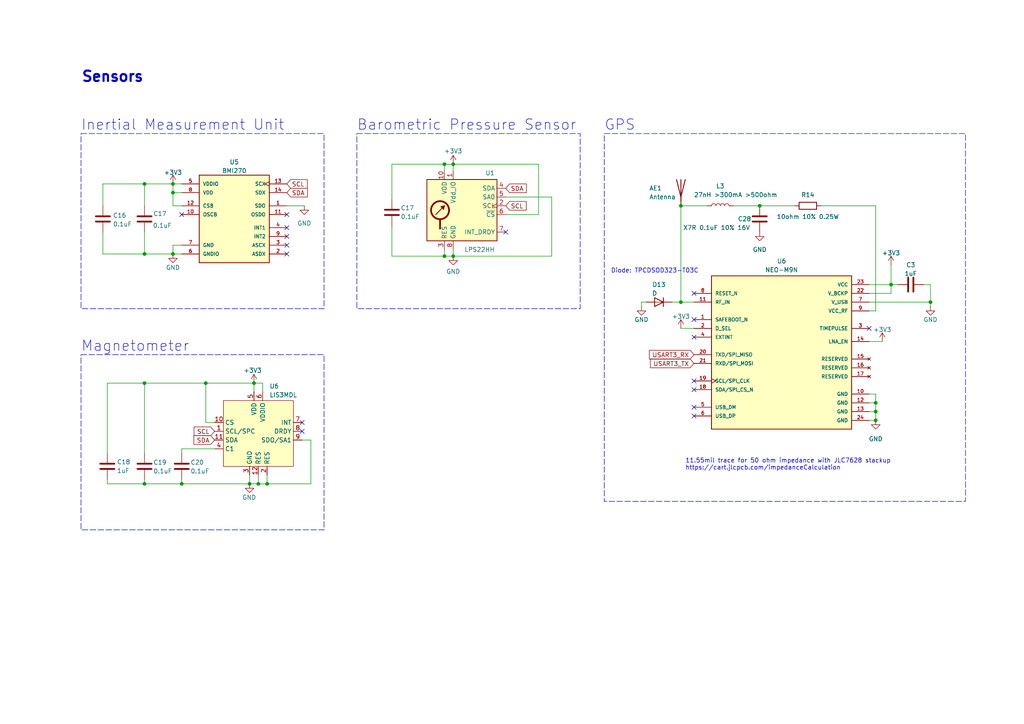
<source format=kicad_sch>
(kicad_sch (version 20230121) (generator eeschema)

  (uuid f732bef0-4fee-423d-b2a2-dc7f8158eb14)

  (paper "A4")

  (lib_symbols
    (symbol "Device:Antenna" (pin_numbers hide) (pin_names (offset 1.016) hide) (in_bom yes) (on_board yes)
      (property "Reference" "AE" (at -1.905 1.905 0)
        (effects (font (size 1.27 1.27)) (justify right))
      )
      (property "Value" "Antenna" (at -1.905 0 0)
        (effects (font (size 1.27 1.27)) (justify right))
      )
      (property "Footprint" "" (at 0 0 0)
        (effects (font (size 1.27 1.27)) hide)
      )
      (property "Datasheet" "~" (at 0 0 0)
        (effects (font (size 1.27 1.27)) hide)
      )
      (property "ki_keywords" "antenna" (at 0 0 0)
        (effects (font (size 1.27 1.27)) hide)
      )
      (property "ki_description" "Antenna" (at 0 0 0)
        (effects (font (size 1.27 1.27)) hide)
      )
      (symbol "Antenna_0_1"
        (polyline
          (pts
            (xy 0 2.54)
            (xy 0 -3.81)
          )
          (stroke (width 0.254) (type default))
          (fill (type none))
        )
        (polyline
          (pts
            (xy 1.27 2.54)
            (xy 0 -2.54)
            (xy -1.27 2.54)
          )
          (stroke (width 0.254) (type default))
          (fill (type none))
        )
      )
      (symbol "Antenna_1_1"
        (pin input line (at 0 -5.08 90) (length 2.54)
          (name "A" (effects (font (size 1.27 1.27))))
          (number "1" (effects (font (size 1.27 1.27))))
        )
      )
    )
    (symbol "Device:C" (pin_numbers hide) (pin_names (offset 0.254)) (in_bom yes) (on_board yes)
      (property "Reference" "C" (at 0.635 2.54 0)
        (effects (font (size 1.27 1.27)) (justify left))
      )
      (property "Value" "C" (at 0.635 -2.54 0)
        (effects (font (size 1.27 1.27)) (justify left))
      )
      (property "Footprint" "" (at 0.9652 -3.81 0)
        (effects (font (size 1.27 1.27)) hide)
      )
      (property "Datasheet" "~" (at 0 0 0)
        (effects (font (size 1.27 1.27)) hide)
      )
      (property "ki_keywords" "cap capacitor" (at 0 0 0)
        (effects (font (size 1.27 1.27)) hide)
      )
      (property "ki_description" "Unpolarized capacitor" (at 0 0 0)
        (effects (font (size 1.27 1.27)) hide)
      )
      (property "ki_fp_filters" "C_*" (at 0 0 0)
        (effects (font (size 1.27 1.27)) hide)
      )
      (symbol "C_0_1"
        (polyline
          (pts
            (xy -2.032 -0.762)
            (xy 2.032 -0.762)
          )
          (stroke (width 0.508) (type default))
          (fill (type none))
        )
        (polyline
          (pts
            (xy -2.032 0.762)
            (xy 2.032 0.762)
          )
          (stroke (width 0.508) (type default))
          (fill (type none))
        )
      )
      (symbol "C_1_1"
        (pin passive line (at 0 3.81 270) (length 2.794)
          (name "~" (effects (font (size 1.27 1.27))))
          (number "1" (effects (font (size 1.27 1.27))))
        )
        (pin passive line (at 0 -3.81 90) (length 2.794)
          (name "~" (effects (font (size 1.27 1.27))))
          (number "2" (effects (font (size 1.27 1.27))))
        )
      )
    )
    (symbol "Device:D" (pin_numbers hide) (pin_names (offset 1.016) hide) (in_bom yes) (on_board yes)
      (property "Reference" "D" (at 0 2.54 0)
        (effects (font (size 1.27 1.27)))
      )
      (property "Value" "D" (at 0 -2.54 0)
        (effects (font (size 1.27 1.27)))
      )
      (property "Footprint" "" (at 0 0 0)
        (effects (font (size 1.27 1.27)) hide)
      )
      (property "Datasheet" "~" (at 0 0 0)
        (effects (font (size 1.27 1.27)) hide)
      )
      (property "Sim.Device" "D" (at 0 0 0)
        (effects (font (size 1.27 1.27)) hide)
      )
      (property "Sim.Pins" "1=K 2=A" (at 0 0 0)
        (effects (font (size 1.27 1.27)) hide)
      )
      (property "ki_keywords" "diode" (at 0 0 0)
        (effects (font (size 1.27 1.27)) hide)
      )
      (property "ki_description" "Diode" (at 0 0 0)
        (effects (font (size 1.27 1.27)) hide)
      )
      (property "ki_fp_filters" "TO-???* *_Diode_* *SingleDiode* D_*" (at 0 0 0)
        (effects (font (size 1.27 1.27)) hide)
      )
      (symbol "D_0_1"
        (polyline
          (pts
            (xy -1.27 1.27)
            (xy -1.27 -1.27)
          )
          (stroke (width 0.254) (type default))
          (fill (type none))
        )
        (polyline
          (pts
            (xy 1.27 0)
            (xy -1.27 0)
          )
          (stroke (width 0) (type default))
          (fill (type none))
        )
        (polyline
          (pts
            (xy 1.27 1.27)
            (xy 1.27 -1.27)
            (xy -1.27 0)
            (xy 1.27 1.27)
          )
          (stroke (width 0.254) (type default))
          (fill (type none))
        )
      )
      (symbol "D_1_1"
        (pin passive line (at -3.81 0 0) (length 2.54)
          (name "K" (effects (font (size 1.27 1.27))))
          (number "1" (effects (font (size 1.27 1.27))))
        )
        (pin passive line (at 3.81 0 180) (length 2.54)
          (name "A" (effects (font (size 1.27 1.27))))
          (number "2" (effects (font (size 1.27 1.27))))
        )
      )
    )
    (symbol "Device:L" (pin_numbers hide) (pin_names (offset 1.016) hide) (in_bom yes) (on_board yes)
      (property "Reference" "L" (at -1.27 0 90)
        (effects (font (size 1.27 1.27)))
      )
      (property "Value" "L" (at 1.905 0 90)
        (effects (font (size 1.27 1.27)))
      )
      (property "Footprint" "" (at 0 0 0)
        (effects (font (size 1.27 1.27)) hide)
      )
      (property "Datasheet" "~" (at 0 0 0)
        (effects (font (size 1.27 1.27)) hide)
      )
      (property "ki_keywords" "inductor choke coil reactor magnetic" (at 0 0 0)
        (effects (font (size 1.27 1.27)) hide)
      )
      (property "ki_description" "Inductor" (at 0 0 0)
        (effects (font (size 1.27 1.27)) hide)
      )
      (property "ki_fp_filters" "Choke_* *Coil* Inductor_* L_*" (at 0 0 0)
        (effects (font (size 1.27 1.27)) hide)
      )
      (symbol "L_0_1"
        (arc (start 0 -2.54) (mid 0.6323 -1.905) (end 0 -1.27)
          (stroke (width 0) (type default))
          (fill (type none))
        )
        (arc (start 0 -1.27) (mid 0.6323 -0.635) (end 0 0)
          (stroke (width 0) (type default))
          (fill (type none))
        )
        (arc (start 0 0) (mid 0.6323 0.635) (end 0 1.27)
          (stroke (width 0) (type default))
          (fill (type none))
        )
        (arc (start 0 1.27) (mid 0.6323 1.905) (end 0 2.54)
          (stroke (width 0) (type default))
          (fill (type none))
        )
      )
      (symbol "L_1_1"
        (pin passive line (at 0 3.81 270) (length 1.27)
          (name "1" (effects (font (size 1.27 1.27))))
          (number "1" (effects (font (size 1.27 1.27))))
        )
        (pin passive line (at 0 -3.81 90) (length 1.27)
          (name "2" (effects (font (size 1.27 1.27))))
          (number "2" (effects (font (size 1.27 1.27))))
        )
      )
    )
    (symbol "Device:R" (pin_numbers hide) (pin_names (offset 0)) (in_bom yes) (on_board yes)
      (property "Reference" "R" (at 2.032 0 90)
        (effects (font (size 1.27 1.27)))
      )
      (property "Value" "R" (at 0 0 90)
        (effects (font (size 1.27 1.27)))
      )
      (property "Footprint" "" (at -1.778 0 90)
        (effects (font (size 1.27 1.27)) hide)
      )
      (property "Datasheet" "~" (at 0 0 0)
        (effects (font (size 1.27 1.27)) hide)
      )
      (property "ki_keywords" "R res resistor" (at 0 0 0)
        (effects (font (size 1.27 1.27)) hide)
      )
      (property "ki_description" "Resistor" (at 0 0 0)
        (effects (font (size 1.27 1.27)) hide)
      )
      (property "ki_fp_filters" "R_*" (at 0 0 0)
        (effects (font (size 1.27 1.27)) hide)
      )
      (symbol "R_0_1"
        (rectangle (start -1.016 -2.54) (end 1.016 2.54)
          (stroke (width 0.254) (type default))
          (fill (type none))
        )
      )
      (symbol "R_1_1"
        (pin passive line (at 0 3.81 270) (length 1.27)
          (name "~" (effects (font (size 1.27 1.27))))
          (number "1" (effects (font (size 1.27 1.27))))
        )
        (pin passive line (at 0 -3.81 90) (length 1.27)
          (name "~" (effects (font (size 1.27 1.27))))
          (number "2" (effects (font (size 1.27 1.27))))
        )
      )
    )
    (symbol "FlightComputerLib:LIS3MDL" (in_bom yes) (on_board yes)
      (property "Reference" "U" (at 6.35 1.27 0)
        (effects (font (size 1.27 1.27)))
      )
      (property "Value" "LIS3MDL" (at 6.35 -1.27 0)
        (effects (font (size 1.27 1.27)))
      )
      (property "Footprint" "" (at -3.81 0 0)
        (effects (font (size 1.27 1.27)) hide)
      )
      (property "Datasheet" "" (at -3.81 0 0)
        (effects (font (size 1.27 1.27)) hide)
      )
      (symbol "LIS3MDL_1_1"
        (rectangle (start -10.16 -2.54) (end 10.16 -21.59)
          (stroke (width 0) (type default))
          (fill (type background))
        )
        (pin input line (at -12.7 -11.43 0) (length 2.54)
          (name "SCL/SPC" (effects (font (size 1.27 1.27))))
          (number "1" (effects (font (size 1.27 1.27))))
        )
        (pin input line (at -12.7 -8.89 0) (length 2.54)
          (name "CS" (effects (font (size 1.27 1.27))))
          (number "10" (effects (font (size 1.27 1.27))))
        )
        (pin input line (at -12.7 -13.97 0) (length 2.54)
          (name "SDA" (effects (font (size 1.27 1.27))))
          (number "11" (effects (font (size 1.27 1.27))))
        )
        (pin input line (at 0 -24.13 90) (length 2.54)
          (name "RES" (effects (font (size 1.27 1.27))))
          (number "12" (effects (font (size 1.27 1.27))))
        )
        (pin input line (at 2.54 -24.13 90) (length 2.54)
          (name "RES" (effects (font (size 1.27 1.27))))
          (number "2" (effects (font (size 1.27 1.27))))
        )
        (pin input line (at -2.54 -24.13 90) (length 2.54)
          (name "GND" (effects (font (size 1.27 1.27))))
          (number "3" (effects (font (size 1.27 1.27))))
        )
        (pin input line (at -12.7 -16.51 0) (length 2.54)
          (name "C1" (effects (font (size 1.27 1.27))))
          (number "4" (effects (font (size 1.27 1.27))))
        )
        (pin input line (at -1.27 0 270) (length 2.54)
          (name "VDD" (effects (font (size 1.27 1.27))))
          (number "5" (effects (font (size 1.27 1.27))))
        )
        (pin input line (at 1.27 0 270) (length 2.54)
          (name "VDDIO" (effects (font (size 1.27 1.27))))
          (number "6" (effects (font (size 1.27 1.27))))
        )
        (pin input line (at 12.7 -8.89 180) (length 2.54)
          (name "INT" (effects (font (size 1.27 1.27))))
          (number "7" (effects (font (size 1.27 1.27))))
        )
        (pin input line (at 12.7 -11.43 180) (length 2.54)
          (name "DRDY" (effects (font (size 1.27 1.27))))
          (number "8" (effects (font (size 1.27 1.27))))
        )
        (pin input line (at 12.7 -13.97 180) (length 2.54)
          (name "SDO/SA1" (effects (font (size 1.27 1.27))))
          (number "9" (effects (font (size 1.27 1.27))))
        )
      )
    )
    (symbol "FlightComputerLibrary:BMI270" (pin_names (offset 1.016)) (in_bom yes) (on_board yes)
      (property "Reference" "U" (at -0.635 23.495 0)
        (effects (font (size 1.27 1.27)) (justify left bottom))
      )
      (property "Value" "BMI270" (at -3.175 20.955 0)
        (effects (font (size 1.27 1.27)) (justify left bottom))
      )
      (property "Footprint" "FlightComputerLibrary:XDCR_BMI270" (at 0 0 0)
        (effects (font (size 1.27 1.27)) (justify bottom) hide)
      )
      (property "Datasheet" "" (at 0 0 0)
        (effects (font (size 1.27 1.27)) hide)
      )
      (property "PATREV" "1.0" (at 0 0 0)
        (effects (font (size 1.27 1.27)) (justify bottom) hide)
      )
      (property "STANDARD" "Manufacturer Recommendations" (at 0 0 0)
        (effects (font (size 1.27 1.27)) (justify bottom) hide)
      )
      (property "MAXIMUM_PACKAGE_HEIGHT" "0.87mm" (at 0 0 0)
        (effects (font (size 1.27 1.27)) (justify bottom) hide)
      )
      (property "MANUFACTURER" "Bosch Sensortec" (at 0 0 0)
        (effects (font (size 1.27 1.27)) (justify bottom) hide)
      )
      (symbol "BMI270_0_0"
        (rectangle (start -10.16 20.32) (end 10.16 -5.08)
          (stroke (width 0.254) (type default))
          (fill (type background))
        )
        (pin bidirectional line (at 15.24 11.43 180) (length 5.08)
          (name "SDO" (effects (font (size 1.016 1.016))))
          (number "1" (effects (font (size 1.016 1.016))))
        )
        (pin input line (at -15.24 8.89 0) (length 5.08)
          (name "OSCB" (effects (font (size 1.016 1.016))))
          (number "10" (effects (font (size 1.016 1.016))))
        )
        (pin output line (at 15.24 8.89 180) (length 5.08)
          (name "OSDO" (effects (font (size 1.016 1.016))))
          (number "11" (effects (font (size 1.016 1.016))))
        )
        (pin input line (at -15.24 11.43 0) (length 5.08)
          (name "CSB" (effects (font (size 1.016 1.016))))
          (number "12" (effects (font (size 1.016 1.016))))
        )
        (pin input clock (at 15.24 17.78 180) (length 5.08)
          (name "SCX" (effects (font (size 1.016 1.016))))
          (number "13" (effects (font (size 1.016 1.016))))
        )
        (pin bidirectional line (at 15.24 15.24 180) (length 5.08)
          (name "SDX" (effects (font (size 1.016 1.016))))
          (number "14" (effects (font (size 1.016 1.016))))
        )
        (pin bidirectional line (at 15.24 -2.54 180) (length 5.08)
          (name "ASDX" (effects (font (size 1.016 1.016))))
          (number "2" (effects (font (size 1.016 1.016))))
        )
        (pin bidirectional line (at 15.24 0 180) (length 5.08)
          (name "ASCX" (effects (font (size 1.016 1.016))))
          (number "3" (effects (font (size 1.016 1.016))))
        )
        (pin bidirectional line (at 15.24 5.08 180) (length 5.08)
          (name "INT1" (effects (font (size 1.016 1.016))))
          (number "4" (effects (font (size 1.016 1.016))))
        )
        (pin power_in line (at -15.24 17.78 0) (length 5.08)
          (name "VDDIO" (effects (font (size 1.016 1.016))))
          (number "5" (effects (font (size 1.016 1.016))))
        )
        (pin power_in line (at -15.24 -2.54 0) (length 5.08)
          (name "GNDIO" (effects (font (size 1.016 1.016))))
          (number "6" (effects (font (size 1.016 1.016))))
        )
        (pin power_in line (at -15.24 0 0) (length 5.08)
          (name "GND" (effects (font (size 1.016 1.016))))
          (number "7" (effects (font (size 1.016 1.016))))
        )
        (pin power_in line (at -15.24 15.24 0) (length 5.08)
          (name "VDD" (effects (font (size 1.016 1.016))))
          (number "8" (effects (font (size 1.016 1.016))))
        )
        (pin bidirectional line (at 15.24 2.54 180) (length 5.08)
          (name "INT2" (effects (font (size 1.016 1.016))))
          (number "9" (effects (font (size 1.016 1.016))))
        )
      )
    )
    (symbol "FlightComputerLibrary:NEO-M9N" (pin_names (offset 1.016)) (in_bom yes) (on_board yes)
      (property "Reference" "U" (at -20.32 29.21 0)
        (effects (font (size 1.27 1.27)) (justify left bottom))
      )
      (property "Value" "NEO-M9N" (at -22.86 -19.05 0)
        (effects (font (size 1.27 1.27)) (justify left bottom))
      )
      (property "Footprint" "XCVR_NEO-M9N" (at 0 0 0)
        (effects (font (size 1.27 1.27)) (justify bottom) hide)
      )
      (property "Datasheet" "" (at 0 0 0)
        (effects (font (size 1.27 1.27)) hide)
      )
      (property "MAXIMUM_PACKAGE_HEIGHT" "2.6mm" (at 0 0 0)
        (effects (font (size 1.27 1.27)) (justify bottom) hide)
      )
      (property "STANDARD" "Manufacturer Recommendations" (at 0 0 0)
        (effects (font (size 1.27 1.27)) (justify bottom) hide)
      )
      (property "SNAPEDA_PN" "NEO-M9N" (at 0 0 0)
        (effects (font (size 1.27 1.27)) (justify bottom) hide)
      )
      (property "PARTREV" "R05" (at 0 0 0)
        (effects (font (size 1.27 1.27)) (justify bottom) hide)
      )
      (property "MANUFACTURER" "U blox" (at 0 0 0)
        (effects (font (size 1.27 1.27)) (justify bottom) hide)
      )
      (symbol "NEO-M9N_0_0"
        (rectangle (start -20.32 27.94) (end 20.32 -16.51)
          (stroke (width 0.254) (type default))
          (fill (type background))
        )
        (pin input line (at -25.4 15.24 0) (length 5.08)
          (name "SAFEBOOT_N" (effects (font (size 1.016 1.016))))
          (number "1" (effects (font (size 1.016 1.016))))
        )
        (pin power_in line (at 25.4 -6.35 180) (length 5.08)
          (name "GND" (effects (font (size 1.016 1.016))))
          (number "10" (effects (font (size 1.016 1.016))))
        )
        (pin input line (at -25.4 20.32 0) (length 5.08)
          (name "RF_IN" (effects (font (size 1.016 1.016))))
          (number "11" (effects (font (size 1.016 1.016))))
        )
        (pin power_in line (at 25.4 -8.89 180) (length 5.08)
          (name "GND" (effects (font (size 1.016 1.016))))
          (number "12" (effects (font (size 1.016 1.016))))
        )
        (pin power_in line (at 25.4 -11.43 180) (length 5.08)
          (name "GND" (effects (font (size 1.016 1.016))))
          (number "13" (effects (font (size 1.016 1.016))))
        )
        (pin output line (at 25.4 8.89 180) (length 5.08)
          (name "LNA_EN" (effects (font (size 1.016 1.016))))
          (number "14" (effects (font (size 1.016 1.016))))
        )
        (pin no_connect line (at 25.4 3.81 180) (length 5.08)
          (name "RESERVED" (effects (font (size 1.016 1.016))))
          (number "15" (effects (font (size 1.016 1.016))))
        )
        (pin no_connect line (at 25.4 1.27 180) (length 5.08)
          (name "RESERVED" (effects (font (size 1.016 1.016))))
          (number "16" (effects (font (size 1.016 1.016))))
        )
        (pin no_connect line (at 25.4 -1.27 180) (length 5.08)
          (name "RESERVED" (effects (font (size 1.016 1.016))))
          (number "17" (effects (font (size 1.016 1.016))))
        )
        (pin bidirectional line (at -25.4 -5.08 0) (length 5.08)
          (name "SDA/SPI_CS_N" (effects (font (size 1.016 1.016))))
          (number "18" (effects (font (size 1.016 1.016))))
        )
        (pin bidirectional clock (at -25.4 -2.54 0) (length 5.08)
          (name "SCL/SPI_CLK" (effects (font (size 1.016 1.016))))
          (number "19" (effects (font (size 1.016 1.016))))
        )
        (pin input line (at -25.4 12.7 0) (length 5.08)
          (name "D_SEL" (effects (font (size 1.016 1.016))))
          (number "2" (effects (font (size 1.016 1.016))))
        )
        (pin output line (at -25.4 5.08 0) (length 5.08)
          (name "TXD/SPI_MISO" (effects (font (size 1.016 1.016))))
          (number "20" (effects (font (size 1.016 1.016))))
        )
        (pin input line (at -25.4 2.54 0) (length 5.08)
          (name "RXD/SPI_MOSI" (effects (font (size 1.016 1.016))))
          (number "21" (effects (font (size 1.016 1.016))))
        )
        (pin power_in line (at 25.4 22.86 180) (length 5.08)
          (name "V_BCKP" (effects (font (size 1.016 1.016))))
          (number "22" (effects (font (size 1.016 1.016))))
        )
        (pin power_in line (at 25.4 25.4 180) (length 5.08)
          (name "VCC" (effects (font (size 1.016 1.016))))
          (number "23" (effects (font (size 1.016 1.016))))
        )
        (pin power_in line (at 25.4 -13.97 180) (length 5.08)
          (name "GND" (effects (font (size 1.016 1.016))))
          (number "24" (effects (font (size 1.016 1.016))))
        )
        (pin output line (at 25.4 12.7 180) (length 5.08)
          (name "TIMEPULSE" (effects (font (size 1.016 1.016))))
          (number "3" (effects (font (size 1.016 1.016))))
        )
        (pin input line (at -25.4 10.16 0) (length 5.08)
          (name "EXTINT" (effects (font (size 1.016 1.016))))
          (number "4" (effects (font (size 1.016 1.016))))
        )
        (pin bidirectional line (at -25.4 -10.16 0) (length 5.08)
          (name "USB_DM" (effects (font (size 1.016 1.016))))
          (number "5" (effects (font (size 1.016 1.016))))
        )
        (pin bidirectional line (at -25.4 -12.7 0) (length 5.08)
          (name "USB_DP" (effects (font (size 1.016 1.016))))
          (number "6" (effects (font (size 1.016 1.016))))
        )
        (pin power_in line (at 25.4 20.32 180) (length 5.08)
          (name "V_USB" (effects (font (size 1.016 1.016))))
          (number "7" (effects (font (size 1.016 1.016))))
        )
        (pin input line (at -25.4 22.86 0) (length 5.08)
          (name "RESET_N" (effects (font (size 1.016 1.016))))
          (number "8" (effects (font (size 1.016 1.016))))
        )
        (pin power_in line (at 25.4 17.78 180) (length 5.08)
          (name "VCC_RF" (effects (font (size 1.016 1.016))))
          (number "9" (effects (font (size 1.016 1.016))))
        )
      )
    )
    (symbol "Sensor_Pressure:LPS22HH" (in_bom yes) (on_board yes)
      (property "Reference" "U" (at -11.43 1.27 0)
        (effects (font (size 1.27 1.27)) (justify right))
      )
      (property "Value" "LPS22HH" (at -11.43 -1.27 0)
        (effects (font (size 1.27 1.27)) (justify right))
      )
      (property "Footprint" "Package_LGA:ST_HLGA-10_2.5x2.5mm_P0.6mm_LayoutBorder3x2y" (at 1.27 -11.43 0)
        (effects (font (size 1.27 1.27)) (justify left) hide)
      )
      (property "Datasheet" "https://www.st.com/resource/en/datasheet/lps22hh.pdf" (at 1.27 -13.97 0)
        (effects (font (size 1.27 1.27)) (justify left) hide)
      )
      (property "ki_keywords" "mems absolute baromeeter spi i2c i3c pressure" (at 0 0 0)
        (effects (font (size 1.27 1.27)) hide)
      )
      (property "ki_description" "MEMS nano pressure sensor, 260-1260 hPa, absolute digital output baromeeter, 24 bit, SPI, I2C, I3C, 0.65 Pa noise rms, ST_HLGA-10L" (at 0 0 0)
        (effects (font (size 1.27 1.27)) hide)
      )
      (property "ki_fp_filters" "ST?HLGA*2.5x2.5mm*P0.6mm*LayoutBorder3x2y*" (at 0 0 0)
        (effects (font (size 1.27 1.27)) hide)
      )
      (symbol "LPS22HH_0_1"
        (rectangle (start -10.16 10.16) (end 10.16 -7.62)
          (stroke (width 0.254) (type default))
          (fill (type background))
        )
        (circle (center -6.35 1.27) (radius 2.6162)
          (stroke (width 0.508) (type default))
          (fill (type none))
        )
        (polyline
          (pts
            (xy -7.62 0)
            (xy -5.08 2.54)
          )
          (stroke (width 0.254) (type default))
          (fill (type none))
        )
        (polyline
          (pts
            (xy -6.35 -1.524)
            (xy -6.35 -4.064)
          )
          (stroke (width 0.508) (type default))
          (fill (type none))
        )
        (polyline
          (pts
            (xy -5.08 2.54)
            (xy -5.334 1.524)
            (xy -6.096 2.286)
            (xy -5.08 2.54)
          )
          (stroke (width 0.254) (type default))
          (fill (type outline))
        )
      )
      (symbol "LPS22HH_1_1"
        (pin power_in line (at -2.54 12.7 270) (length 2.54)
          (name "Vdd_IO" (effects (font (size 1.27 1.27))))
          (number "1" (effects (font (size 1.27 1.27))))
        )
        (pin power_in line (at -5.08 12.7 270) (length 2.54)
          (name "VDD" (effects (font (size 1.27 1.27))))
          (number "10" (effects (font (size 1.27 1.27))))
        )
        (pin input clock (at 12.7 2.54 180) (length 2.54)
          (name "SCL" (effects (font (size 1.27 1.27))))
          (number "2" (effects (font (size 1.27 1.27))))
          (alternate "SPC" input clock)
        )
        (pin passive line (at -5.08 -10.16 90) (length 2.54)
          (name "RES" (effects (font (size 1.27 1.27))))
          (number "3" (effects (font (size 1.27 1.27))))
        )
        (pin bidirectional line (at 12.7 7.62 180) (length 2.54)
          (name "SDA" (effects (font (size 1.27 1.27))))
          (number "4" (effects (font (size 1.27 1.27))))
          (alternate "SDI" input line)
          (alternate "SDI/SDO" bidirectional line)
        )
        (pin input line (at 12.7 5.08 180) (length 2.54)
          (name "SA0" (effects (font (size 1.27 1.27))))
          (number "5" (effects (font (size 1.27 1.27))))
          (alternate "SDO" output line)
        )
        (pin input line (at 12.7 0 180) (length 2.54)
          (name "~{CS}" (effects (font (size 1.27 1.27))))
          (number "6" (effects (font (size 1.27 1.27))))
        )
        (pin output line (at 12.7 -5.08 180) (length 2.54)
          (name "INT_DRDY" (effects (font (size 1.27 1.27))))
          (number "7" (effects (font (size 1.27 1.27))))
        )
        (pin power_in line (at -2.54 -10.16 90) (length 2.54)
          (name "GND" (effects (font (size 1.27 1.27))))
          (number "8" (effects (font (size 1.27 1.27))))
        )
        (pin passive line (at -2.54 -10.16 90) (length 2.54) hide
          (name "GND" (effects (font (size 1.27 1.27))))
          (number "9" (effects (font (size 1.27 1.27))))
        )
      )
    )
    (symbol "power:+3V3" (power) (pin_names (offset 0)) (in_bom yes) (on_board yes)
      (property "Reference" "#PWR" (at 0 -3.81 0)
        (effects (font (size 1.27 1.27)) hide)
      )
      (property "Value" "+3V3" (at 0 3.556 0)
        (effects (font (size 1.27 1.27)))
      )
      (property "Footprint" "" (at 0 0 0)
        (effects (font (size 1.27 1.27)) hide)
      )
      (property "Datasheet" "" (at 0 0 0)
        (effects (font (size 1.27 1.27)) hide)
      )
      (property "ki_keywords" "global power" (at 0 0 0)
        (effects (font (size 1.27 1.27)) hide)
      )
      (property "ki_description" "Power symbol creates a global label with name \"+3V3\"" (at 0 0 0)
        (effects (font (size 1.27 1.27)) hide)
      )
      (symbol "+3V3_0_1"
        (polyline
          (pts
            (xy -0.762 1.27)
            (xy 0 2.54)
          )
          (stroke (width 0) (type default))
          (fill (type none))
        )
        (polyline
          (pts
            (xy 0 0)
            (xy 0 2.54)
          )
          (stroke (width 0) (type default))
          (fill (type none))
        )
        (polyline
          (pts
            (xy 0 2.54)
            (xy 0.762 1.27)
          )
          (stroke (width 0) (type default))
          (fill (type none))
        )
      )
      (symbol "+3V3_1_1"
        (pin power_in line (at 0 0 90) (length 0) hide
          (name "+3V3" (effects (font (size 1.27 1.27))))
          (number "1" (effects (font (size 1.27 1.27))))
        )
      )
    )
    (symbol "power:GND" (power) (pin_names (offset 0)) (in_bom yes) (on_board yes)
      (property "Reference" "#PWR" (at 0 -6.35 0)
        (effects (font (size 1.27 1.27)) hide)
      )
      (property "Value" "GND" (at 0 -3.81 0)
        (effects (font (size 1.27 1.27)))
      )
      (property "Footprint" "" (at 0 0 0)
        (effects (font (size 1.27 1.27)) hide)
      )
      (property "Datasheet" "" (at 0 0 0)
        (effects (font (size 1.27 1.27)) hide)
      )
      (property "ki_keywords" "global power" (at 0 0 0)
        (effects (font (size 1.27 1.27)) hide)
      )
      (property "ki_description" "Power symbol creates a global label with name \"GND\" , ground" (at 0 0 0)
        (effects (font (size 1.27 1.27)) hide)
      )
      (symbol "GND_0_1"
        (polyline
          (pts
            (xy 0 0)
            (xy 0 -1.27)
            (xy 1.27 -1.27)
            (xy 0 -2.54)
            (xy -1.27 -1.27)
            (xy 0 -1.27)
          )
          (stroke (width 0) (type default))
          (fill (type none))
        )
      )
      (symbol "GND_1_1"
        (pin power_in line (at 0 0 270) (length 0) hide
          (name "GND" (effects (font (size 1.27 1.27))))
          (number "1" (effects (font (size 1.27 1.27))))
        )
      )
    )
  )

  (junction (at 131.445 74.295) (diameter 0) (color 0 0 0 0)
    (uuid 010926b4-c0b2-4cf8-bfe7-25fabd829d29)
  )
  (junction (at 74.93 140.335) (diameter 0) (color 0 0 0 0)
    (uuid 075a27e5-6e35-4281-b9b5-21135e69fef4)
  )
  (junction (at 77.47 140.335) (diameter 0) (color 0 0 0 0)
    (uuid 13bd09b4-f136-46f4-8000-addb20061422)
  )
  (junction (at 254 121.92) (diameter 0) (color 0 0 0 0)
    (uuid 2dea6b57-4272-4e19-8bf3-a619c8246ca1)
  )
  (junction (at 72.39 140.335) (diameter 0) (color 0 0 0 0)
    (uuid 3208cd77-9c60-4a27-b2c0-03806d066fe9)
  )
  (junction (at 41.91 111.125) (diameter 0) (color 0 0 0 0)
    (uuid 3a31df15-8168-4492-9a30-2ddb0b65ed3d)
  )
  (junction (at 50.165 73.66) (diameter 0) (color 0 0 0 0)
    (uuid 5bb16255-11fd-468e-aeb9-71db49b46b84)
  )
  (junction (at 50.165 55.88) (diameter 0) (color 0 0 0 0)
    (uuid 73e7286d-60bf-454a-97e3-97ff370a8bc6)
  )
  (junction (at 59.69 111.125) (diameter 0) (color 0 0 0 0)
    (uuid 7ffbe6f3-7064-40e7-b2ae-3f85653e0ffa)
  )
  (junction (at 41.91 73.66) (diameter 0) (color 0 0 0 0)
    (uuid 94e9d671-d6ef-4032-8848-0b0c3e0572db)
  )
  (junction (at 41.91 140.335) (diameter 0) (color 0 0 0 0)
    (uuid 9b419c83-47d5-40f3-9fec-aa87374b7627)
  )
  (junction (at 197.485 87.63) (diameter 0) (color 0 0 0 0)
    (uuid 9d98d56f-1f2b-4639-9abe-f9875da3c32a)
  )
  (junction (at 197.485 59.69) (diameter 0) (color 0 0 0 0)
    (uuid 9e5c042f-afc9-4844-9f67-4e6c05f49d32)
  )
  (junction (at 254 119.38) (diameter 0) (color 0 0 0 0)
    (uuid a59ff62f-ccbc-48b4-8c3d-f824646ba09e)
  )
  (junction (at 128.905 74.295) (diameter 0) (color 0 0 0 0)
    (uuid ad810b6d-c4db-42b8-bcbf-e04b5f7d70ae)
  )
  (junction (at 41.91 53.34) (diameter 0) (color 0 0 0 0)
    (uuid b09fa7e4-ecc5-40ed-9f7a-46043db4112d)
  )
  (junction (at 128.905 47.625) (diameter 0) (color 0 0 0 0)
    (uuid b8d503ff-cf05-4107-b166-e4a7c5d476c9)
  )
  (junction (at 258.445 82.55) (diameter 0) (color 0 0 0 0)
    (uuid c3c7b2b6-fceb-433a-a548-f983742b206b)
  )
  (junction (at 220.345 59.69) (diameter 0) (color 0 0 0 0)
    (uuid ca0ad301-a5a9-4d5c-8142-d16cede426ed)
  )
  (junction (at 73.66 111.125) (diameter 0) (color 0 0 0 0)
    (uuid cd75a752-7ac4-46eb-a7ce-2315e6d3b93b)
  )
  (junction (at 50.165 53.34) (diameter 0) (color 0 0 0 0)
    (uuid da798b45-b58b-4a6a-b3fa-954388e671b1)
  )
  (junction (at 269.875 87.63) (diameter 0) (color 0 0 0 0)
    (uuid dfd87386-4b97-43a3-88f0-2cda264d8353)
  )
  (junction (at 254 116.84) (diameter 0) (color 0 0 0 0)
    (uuid e40425da-734d-4bc2-98c1-bbfbce35ad9d)
  )
  (junction (at 131.445 47.625) (diameter 0) (color 0 0 0 0)
    (uuid f2b133b2-24fc-40a7-8cf7-58d041f026a5)
  )
  (junction (at 52.705 140.335) (diameter 0) (color 0 0 0 0)
    (uuid f9da20a3-284b-4d3e-9a9e-fbd7a9ab5e48)
  )

  (no_connect (at 201.295 92.71) (uuid 070d2694-95e8-4250-bcda-555e2bcac182))
  (no_connect (at 201.295 113.03) (uuid 29dab789-a8e0-44e5-bf19-c66f81460847))
  (no_connect (at 201.295 97.79) (uuid 34e4135f-2d96-41c2-8b5c-a127aadfcc47))
  (no_connect (at 201.295 120.65) (uuid 35d21d46-5c98-4e24-9fd9-1d5db608416c))
  (no_connect (at 83.185 62.23) (uuid 364d95df-3bd5-4a78-9b48-7344d34fb655))
  (no_connect (at 201.295 118.11) (uuid 39cf7dfd-7238-411f-af85-c992af961be3))
  (no_connect (at 252.095 95.25) (uuid 3d5941fc-8fcc-401a-a6ef-0f1e09d09681))
  (no_connect (at 87.63 125.095) (uuid 4e8157c0-a4c8-4018-b976-01fd8d8fd065))
  (no_connect (at 83.185 71.12) (uuid 64ab3934-666c-443c-a637-5f50fc7930b8))
  (no_connect (at 83.185 66.04) (uuid 86d04f70-d685-4e78-9486-bad18a675bc7))
  (no_connect (at 201.295 85.09) (uuid abb6ba3c-fbf9-48d1-94c8-4685fad2d14e))
  (no_connect (at 83.185 68.58) (uuid b45f9fe8-02f9-41aa-aad8-3dc8ba33a908))
  (no_connect (at 83.185 73.66) (uuid b88250ae-6826-49ac-bed7-5c235c97b592))
  (no_connect (at 146.685 67.31) (uuid c2abd836-429f-4a5d-a843-b27d8c561542))
  (no_connect (at 52.705 62.23) (uuid d8a6e304-5e59-48f9-ad80-1840e1d01b57))
  (no_connect (at 201.295 110.49) (uuid db1e4352-543c-4f91-8e50-e8a51073fec7))
  (no_connect (at 87.63 122.555) (uuid dbb2548d-4f30-4978-8859-74bb53f0e25f))

  (wire (pts (xy 267.97 82.55) (xy 269.875 82.55))
    (stroke (width 0) (type default))
    (uuid 013b2edb-348c-4b2a-82f9-4c40a721dfa7)
  )
  (wire (pts (xy 186.055 87.63) (xy 187.325 87.63))
    (stroke (width 0) (type default))
    (uuid 02cccd57-690b-4c5a-a2ed-76badb62b20f)
  )
  (wire (pts (xy 41.91 111.125) (xy 41.91 131.445))
    (stroke (width 0) (type default))
    (uuid 0809719d-161a-4c72-a5dc-121ac0fd0884)
  )
  (wire (pts (xy 131.445 74.295) (xy 160.02 74.295))
    (stroke (width 0) (type default))
    (uuid 0e65f9da-b079-4f31-aab8-0c49734c0240)
  )
  (wire (pts (xy 77.47 140.335) (xy 77.47 137.795))
    (stroke (width 0) (type default))
    (uuid 0f32d800-b8d8-44e9-aa81-4a83cf7eecd6)
  )
  (wire (pts (xy 156.21 62.23) (xy 146.685 62.23))
    (stroke (width 0) (type default))
    (uuid 0ff434f3-c9cf-4022-98bf-3b5afef50254)
  )
  (wire (pts (xy 72.39 140.335) (xy 52.705 140.335))
    (stroke (width 0) (type default))
    (uuid 11c3b6ac-699d-4875-854b-be29890d8960)
  )
  (wire (pts (xy 197.485 59.69) (xy 205.105 59.69))
    (stroke (width 0) (type default))
    (uuid 13541c56-3762-4411-a891-71e98a933e1c)
  )
  (wire (pts (xy 31.115 131.445) (xy 31.115 111.125))
    (stroke (width 0) (type default))
    (uuid 1b1282ba-cf23-4cb4-b264-643dcf576b1b)
  )
  (wire (pts (xy 59.69 122.555) (xy 59.69 111.125))
    (stroke (width 0) (type default))
    (uuid 1bbf5107-a516-42ce-a1ac-1caba8e8c6ac)
  )
  (wire (pts (xy 29.845 53.34) (xy 29.845 59.69))
    (stroke (width 0) (type default))
    (uuid 1bea1b91-23c5-4c07-a4c4-f6dfff76712d)
  )
  (wire (pts (xy 252.095 114.3) (xy 254 114.3))
    (stroke (width 0) (type default))
    (uuid 2435449b-66f5-43df-840a-6cdf9536d227)
  )
  (wire (pts (xy 254 121.92) (xy 254 119.38))
    (stroke (width 0) (type default))
    (uuid 2aaf8d80-41af-4f5c-99c9-c930cda2d511)
  )
  (wire (pts (xy 41.91 73.66) (xy 50.165 73.66))
    (stroke (width 0) (type default))
    (uuid 2f3c528f-a287-4760-ac8c-7db58878e2c0)
  )
  (wire (pts (xy 160.02 57.15) (xy 146.685 57.15))
    (stroke (width 0) (type default))
    (uuid 3326d0c4-0735-4abf-b11f-bf7fbe1b4c3a)
  )
  (wire (pts (xy 113.665 47.625) (xy 128.905 47.625))
    (stroke (width 0) (type default))
    (uuid 334214c8-3f78-41e6-a043-93a546e123c6)
  )
  (wire (pts (xy 128.905 47.625) (xy 131.445 47.625))
    (stroke (width 0) (type default))
    (uuid 36cff921-0e00-4700-898e-28fa99f1b442)
  )
  (wire (pts (xy 31.115 139.065) (xy 31.115 140.335))
    (stroke (width 0) (type default))
    (uuid 37717cd6-e202-418d-b34d-c38acb00a37a)
  )
  (wire (pts (xy 252.095 85.09) (xy 258.445 85.09))
    (stroke (width 0) (type default))
    (uuid 38f98922-7747-4c0d-bcd7-15a7fc0e2bc2)
  )
  (wire (pts (xy 194.945 87.63) (xy 197.485 87.63))
    (stroke (width 0) (type default))
    (uuid 39a6b832-94d7-4708-9dcd-fbcaaa7acb02)
  )
  (wire (pts (xy 50.165 55.88) (xy 52.705 55.88))
    (stroke (width 0) (type default))
    (uuid 3b2b5a11-a075-4f77-8a67-0b2b676f14e3)
  )
  (wire (pts (xy 131.445 47.625) (xy 156.21 47.625))
    (stroke (width 0) (type default))
    (uuid 3be0c9c3-c179-43ce-b591-3440ae880b67)
  )
  (wire (pts (xy 52.705 139.065) (xy 52.705 140.335))
    (stroke (width 0) (type default))
    (uuid 3d40507f-0738-492f-a83e-e1da9a697f33)
  )
  (wire (pts (xy 50.165 71.12) (xy 50.165 73.66))
    (stroke (width 0) (type default))
    (uuid 42d31485-8882-4d64-864a-2a217c981335)
  )
  (wire (pts (xy 254 121.92) (xy 252.095 121.92))
    (stroke (width 0) (type default))
    (uuid 4974366b-a0b8-44e9-8a56-e0874470f8e6)
  )
  (wire (pts (xy 90.17 127.635) (xy 90.17 140.335))
    (stroke (width 0) (type default))
    (uuid 4ba3a5b8-cb32-47fc-a8aa-ffcca6972c15)
  )
  (wire (pts (xy 254 90.17) (xy 252.095 90.17))
    (stroke (width 0) (type default))
    (uuid 5089fb6c-792e-4255-8124-468ae0f40b3d)
  )
  (wire (pts (xy 258.445 85.09) (xy 258.445 82.55))
    (stroke (width 0) (type default))
    (uuid 514a2321-ec02-4e2d-a29e-1626248b4d46)
  )
  (wire (pts (xy 29.845 73.66) (xy 41.91 73.66))
    (stroke (width 0) (type default))
    (uuid 572fbdc2-f608-41dd-a19c-812dfaace5dd)
  )
  (wire (pts (xy 254 116.84) (xy 254 114.3))
    (stroke (width 0) (type default))
    (uuid 58f483e6-906f-4fc1-84b7-33c260239d20)
  )
  (wire (pts (xy 113.665 74.295) (xy 113.665 65.405))
    (stroke (width 0) (type default))
    (uuid 59fea74a-5ca9-4430-84e3-6fc8694c53ef)
  )
  (wire (pts (xy 90.17 140.335) (xy 77.47 140.335))
    (stroke (width 0) (type default))
    (uuid 5ae1551a-d9f5-4836-85ed-9a5a5ed36c68)
  )
  (wire (pts (xy 31.115 140.335) (xy 41.91 140.335))
    (stroke (width 0) (type default))
    (uuid 5ba6c814-9fbc-4b2a-bccc-c6f868204074)
  )
  (wire (pts (xy 50.165 73.66) (xy 52.705 73.66))
    (stroke (width 0) (type default))
    (uuid 5e0d5444-a6a0-4f8b-b3b0-e1cc48a72f6d)
  )
  (wire (pts (xy 76.2 113.665) (xy 76.2 111.125))
    (stroke (width 0) (type default))
    (uuid 5e203739-3374-4826-9647-6b0727b0ce54)
  )
  (wire (pts (xy 131.445 74.295) (xy 128.905 74.295))
    (stroke (width 0) (type default))
    (uuid 61c30404-8851-4d90-86c5-a06e223d62e8)
  )
  (wire (pts (xy 59.69 111.125) (xy 73.66 111.125))
    (stroke (width 0) (type default))
    (uuid 64053b49-b72c-4022-89fc-7c6ef5e1cb78)
  )
  (wire (pts (xy 254 59.69) (xy 254 90.17))
    (stroke (width 0) (type default))
    (uuid 6f9b0958-b459-4e87-ac93-174597f0c494)
  )
  (wire (pts (xy 128.905 74.295) (xy 128.905 72.39))
    (stroke (width 0) (type default))
    (uuid 6ffd27c8-6b98-478c-b4c1-54d8e2c76329)
  )
  (wire (pts (xy 197.485 95.25) (xy 201.295 95.25))
    (stroke (width 0) (type default))
    (uuid 73c6b817-28ad-4887-9dac-6d32435e9393)
  )
  (wire (pts (xy 29.845 53.34) (xy 41.91 53.34))
    (stroke (width 0) (type default))
    (uuid 7924333f-a735-4161-a67a-f043be44e813)
  )
  (wire (pts (xy 197.485 59.69) (xy 197.485 87.63))
    (stroke (width 0) (type default))
    (uuid 79a06854-786f-4ede-8003-f04607ea0ea8)
  )
  (wire (pts (xy 50.165 71.12) (xy 52.705 71.12))
    (stroke (width 0) (type default))
    (uuid 7b915ba4-3b3f-41bd-b060-9361a05ee407)
  )
  (wire (pts (xy 156.21 47.625) (xy 156.21 62.23))
    (stroke (width 0) (type default))
    (uuid 800d7ab1-500d-4ba1-ada4-f515a857d97c)
  )
  (wire (pts (xy 128.905 74.295) (xy 113.665 74.295))
    (stroke (width 0) (type default))
    (uuid 87134237-e2ec-4e26-9d38-b1fe7a7161e4)
  )
  (wire (pts (xy 238.125 59.69) (xy 254 59.69))
    (stroke (width 0) (type default))
    (uuid 89da1a06-0d6b-4596-8a06-ed2b29de6262)
  )
  (wire (pts (xy 131.445 74.295) (xy 131.445 72.39))
    (stroke (width 0) (type default))
    (uuid 8c2a1eca-0e54-48f3-92f9-78a971b2486a)
  )
  (wire (pts (xy 76.2 111.125) (xy 73.66 111.125))
    (stroke (width 0) (type default))
    (uuid 8d7b2765-787a-4851-8738-b48bd919180a)
  )
  (wire (pts (xy 128.905 47.625) (xy 128.905 49.53))
    (stroke (width 0) (type default))
    (uuid 8eef6b13-7ccb-498a-9d1c-3adc6ad85db1)
  )
  (wire (pts (xy 41.91 139.065) (xy 41.91 140.335))
    (stroke (width 0) (type default))
    (uuid 9523d74b-c46c-478b-bdea-42e2a28b54df)
  )
  (wire (pts (xy 72.39 140.335) (xy 74.93 140.335))
    (stroke (width 0) (type default))
    (uuid 97b616ed-1a4f-497d-bb92-74eb4c283bb7)
  )
  (wire (pts (xy 50.165 53.34) (xy 50.165 55.88))
    (stroke (width 0) (type default))
    (uuid 9a02c4ef-7bef-42c3-b2d4-b4f5983cc1a8)
  )
  (wire (pts (xy 131.445 47.625) (xy 131.445 49.53))
    (stroke (width 0) (type default))
    (uuid 9a1ba357-e36d-49a5-83f2-1314654d9416)
  )
  (wire (pts (xy 160.02 74.295) (xy 160.02 57.15))
    (stroke (width 0) (type default))
    (uuid 9b861d68-4e49-41d4-9dc4-434408143f39)
  )
  (wire (pts (xy 52.705 140.335) (xy 41.91 140.335))
    (stroke (width 0) (type default))
    (uuid 9bb686aa-6045-4a34-a5a1-98a2ea65c814)
  )
  (wire (pts (xy 62.23 130.175) (xy 52.705 130.175))
    (stroke (width 0) (type default))
    (uuid 9d2af301-3abc-4db6-bec1-580dcc137628)
  )
  (wire (pts (xy 269.875 82.55) (xy 269.875 87.63))
    (stroke (width 0) (type default))
    (uuid 9d5c9e35-c69a-4876-b821-7db1ee0f8a3c)
  )
  (wire (pts (xy 252.095 116.84) (xy 254 116.84))
    (stroke (width 0) (type default))
    (uuid a3db7dca-1285-42c7-87d1-5b5e2ef39301)
  )
  (wire (pts (xy 74.93 140.335) (xy 77.47 140.335))
    (stroke (width 0) (type default))
    (uuid a82599cd-f416-4f72-9329-2e7252ec09c8)
  )
  (wire (pts (xy 62.23 122.555) (xy 59.69 122.555))
    (stroke (width 0) (type default))
    (uuid ac57840c-a0ef-4334-95b4-3f1b389f5a8b)
  )
  (wire (pts (xy 87.63 127.635) (xy 90.17 127.635))
    (stroke (width 0) (type default))
    (uuid ad6ef1f2-a0b3-4af0-be33-9a5162984ace)
  )
  (wire (pts (xy 41.91 59.69) (xy 41.91 53.34))
    (stroke (width 0) (type default))
    (uuid ad90e8b6-08db-4003-b2a7-4add6e9d5ddf)
  )
  (wire (pts (xy 255.905 99.06) (xy 252.095 99.06))
    (stroke (width 0) (type default))
    (uuid b2281c5a-a3db-4b8d-82f7-0512c40af5f9)
  )
  (wire (pts (xy 41.91 111.125) (xy 59.69 111.125))
    (stroke (width 0) (type default))
    (uuid b2922fb2-84d9-49b6-9d0b-2b00625bc742)
  )
  (wire (pts (xy 29.845 67.31) (xy 29.845 73.66))
    (stroke (width 0) (type default))
    (uuid b608dd72-4069-495d-a5f1-0328c377df8e)
  )
  (wire (pts (xy 269.875 88.9) (xy 269.875 87.63))
    (stroke (width 0) (type default))
    (uuid b6bcbcde-8623-484d-81a1-5385850253ad)
  )
  (wire (pts (xy 50.165 59.69) (xy 52.705 59.69))
    (stroke (width 0) (type default))
    (uuid ba462bee-b94a-4dee-881d-e95b2c3d5d69)
  )
  (wire (pts (xy 41.91 53.34) (xy 50.165 53.34))
    (stroke (width 0) (type default))
    (uuid bb740c72-458b-4659-b197-210ccf9807f6)
  )
  (wire (pts (xy 254 119.38) (xy 252.095 119.38))
    (stroke (width 0) (type default))
    (uuid c2f688de-679f-4635-a74f-f0c1bb2ed444)
  )
  (wire (pts (xy 220.345 59.69) (xy 212.725 59.69))
    (stroke (width 0) (type default))
    (uuid c63a2ea8-096e-4664-a611-8eaf15e07159)
  )
  (wire (pts (xy 230.505 59.69) (xy 220.345 59.69))
    (stroke (width 0) (type default))
    (uuid c80a55df-32af-4b30-926f-3647d257f638)
  )
  (wire (pts (xy 73.66 111.125) (xy 73.66 113.665))
    (stroke (width 0) (type default))
    (uuid ca0e76c4-2ec6-4c87-af6e-31868682bdd4)
  )
  (wire (pts (xy 41.91 67.31) (xy 41.91 73.66))
    (stroke (width 0) (type default))
    (uuid cf6f9c2d-ae00-4448-9de0-868cea8e86fa)
  )
  (wire (pts (xy 74.93 140.335) (xy 74.93 137.795))
    (stroke (width 0) (type default))
    (uuid d4ab122d-1a66-46e9-ae21-15ad07ea2a8c)
  )
  (wire (pts (xy 260.35 82.55) (xy 258.445 82.55))
    (stroke (width 0) (type default))
    (uuid d72145a8-9605-4da7-be5a-e96bb9b81f10)
  )
  (wire (pts (xy 88.265 59.69) (xy 83.185 59.69))
    (stroke (width 0) (type default))
    (uuid db62d068-cca7-49c1-bafd-335dbf4ba2da)
  )
  (wire (pts (xy 258.445 76.835) (xy 258.445 82.55))
    (stroke (width 0) (type default))
    (uuid dd79ad1a-b008-426a-b08c-e093f4a33f87)
  )
  (wire (pts (xy 50.165 53.34) (xy 52.705 53.34))
    (stroke (width 0) (type default))
    (uuid e18137b2-c4d6-405e-9ba5-6b174dddcd59)
  )
  (wire (pts (xy 113.665 57.785) (xy 113.665 47.625))
    (stroke (width 0) (type default))
    (uuid e1944e01-2f49-4166-827f-9dca6f2772cf)
  )
  (wire (pts (xy 186.055 88.9) (xy 186.055 87.63))
    (stroke (width 0) (type default))
    (uuid e7ea9535-93a8-48be-be17-01ad0871e4ad)
  )
  (wire (pts (xy 254 119.38) (xy 254 116.84))
    (stroke (width 0) (type default))
    (uuid eb6dd248-6bfa-4ce0-87a5-5a9ae00f12c0)
  )
  (wire (pts (xy 252.095 82.55) (xy 258.445 82.55))
    (stroke (width 0) (type default))
    (uuid ebc37d97-6c0e-4eb8-9ea9-ab4b77a049b7)
  )
  (wire (pts (xy 197.485 87.63) (xy 201.295 87.63))
    (stroke (width 0) (type default))
    (uuid f1ecc3b5-9323-4935-be39-a065199b5450)
  )
  (wire (pts (xy 72.39 137.795) (xy 72.39 140.335))
    (stroke (width 0) (type default))
    (uuid f511a293-e9b7-4732-9208-c0e527bb55dd)
  )
  (wire (pts (xy 52.705 130.175) (xy 52.705 131.445))
    (stroke (width 0) (type default))
    (uuid f79e8ec4-6004-4ce8-9d2d-d28e51e2c9bc)
  )
  (wire (pts (xy 50.165 55.88) (xy 50.165 59.69))
    (stroke (width 0) (type default))
    (uuid fdd881b6-d64c-407d-8e27-e25a5c3fb428)
  )
  (wire (pts (xy 252.095 87.63) (xy 269.875 87.63))
    (stroke (width 0) (type default))
    (uuid fde0ddc1-a931-4573-87b2-97418c064cef)
  )
  (wire (pts (xy 31.115 111.125) (xy 41.91 111.125))
    (stroke (width 0) (type default))
    (uuid fe5627a9-42d0-499c-b5ab-b4c966e64180)
  )

  (rectangle (start 103.505 38.735) (end 168.275 89.535)
    (stroke (width 0) (type dash))
    (fill (type none))
    (uuid 14a0f282-f60f-4c83-a8d4-7a7739fea3f6)
  )
  (rectangle (start 175.26 38.735) (end 280.035 145.415)
    (stroke (width 0) (type dash))
    (fill (type none))
    (uuid 632f2979-b69b-4871-831a-bae8a50ba234)
  )
  (rectangle (start 23.495 102.87) (end 93.98 153.67)
    (stroke (width 0) (type dash))
    (fill (type none))
    (uuid 9d85d32a-9be6-4bdc-8b0c-b808e9261a44)
  )
  (rectangle (start 23.495 38.735) (end 93.98 89.535)
    (stroke (width 0) (type dash))
    (fill (type none))
    (uuid a72fb896-e943-4772-a42e-b94eb4502690)
  )

  (text "11.55mil trace for 50 ohm impedance with JLC7628 stackup\nhttps://cart.jlcpcb.com/impedanceCalculation"
    (at 198.755 136.525 0)
    (effects (font (size 1.27 1.27)) (justify left bottom))
    (uuid 03a3a26f-11c8-4442-ab7e-f8401f7c399f)
  )
  (text "GPS" (at 175.26 38.1 0)
    (effects (font (size 3 3)) (justify left bottom))
    (uuid 09c033a9-8402-414e-898a-a93aac76d93d)
  )
  (text "Magnetometer" (at 23.495 102.235 0)
    (effects (font (size 3 3)) (justify left bottom))
    (uuid 3cb957df-9ba5-46dd-a7b5-ef5c9585c322)
  )
  (text "Diode: TPCDSOD323-T03C" (at 177.165 79.375 0)
    (effects (font (size 1.27 1.27)) (justify left bottom))
    (uuid 644c1654-9d73-4154-8b54-652ed3fa1241)
  )
  (text "Inertial Measurement Unit" (at 23.495 38.1 0)
    (effects (font (size 3 3)) (justify left bottom))
    (uuid a956e434-3661-4aee-9aff-a185f4fa8aef)
  )
  (text "Sensors" (at 23.495 24.13 0)
    (effects (font (size 3 3) (thickness 0.6) bold) (justify left bottom))
    (uuid b4424386-8aa2-48d8-84f2-ac0fd8aa7266)
  )
  (text "Barometric Pressure Sensor" (at 103.505 38.1 0)
    (effects (font (size 3 3)) (justify left bottom))
    (uuid fd68b686-2cf2-4fc2-92ec-ea827da57f0c)
  )

  (global_label "SDA" (shape input) (at 146.685 54.61 0) (fields_autoplaced)
    (effects (font (size 1.27 1.27)) (justify left))
    (uuid 158bf61e-452b-4b15-a38b-c95a0131bd7c)
    (property "Intersheetrefs" "${INTERSHEET_REFS}" (at 153.1589 54.61 0)
      (effects (font (size 1.27 1.27)) (justify left) hide)
    )
  )
  (global_label "SDA" (shape input) (at 83.185 55.88 0) (fields_autoplaced)
    (effects (font (size 1.27 1.27)) (justify left))
    (uuid 1f505b9b-26c0-4fef-bd87-d4044f7350d1)
    (property "Intersheetrefs" "${INTERSHEET_REFS}" (at 89.6589 55.88 0)
      (effects (font (size 1.27 1.27)) (justify left) hide)
    )
  )
  (global_label "USART3_RX" (shape input) (at 201.295 102.87 180) (fields_autoplaced)
    (effects (font (size 1.27 1.27)) (justify right))
    (uuid 513b5e21-ac84-478f-b81a-43ccc22064c1)
    (property "Intersheetrefs" "${INTERSHEET_REFS}" (at 187.8664 102.87 0)
      (effects (font (size 1.27 1.27)) (justify right) hide)
    )
  )
  (global_label "SCL" (shape input) (at 62.23 125.095 180) (fields_autoplaced)
    (effects (font (size 1.27 1.27)) (justify right))
    (uuid 55748237-d8ea-42a6-9515-821c726df66f)
    (property "Intersheetrefs" "${INTERSHEET_REFS}" (at 55.8166 125.095 0)
      (effects (font (size 1.27 1.27)) (justify right) hide)
    )
  )
  (global_label "SCL" (shape input) (at 146.685 59.69 0) (fields_autoplaced)
    (effects (font (size 1.27 1.27)) (justify left))
    (uuid 67dee9b9-cff0-41f4-a7e8-d9ab47dc774c)
    (property "Intersheetrefs" "${INTERSHEET_REFS}" (at 153.0984 59.69 0)
      (effects (font (size 1.27 1.27)) (justify left) hide)
    )
  )
  (global_label "SCL" (shape input) (at 83.185 53.34 0) (fields_autoplaced)
    (effects (font (size 1.27 1.27)) (justify left))
    (uuid 9da0db64-9cfa-4685-a32e-45a0e57f4528)
    (property "Intersheetrefs" "${INTERSHEET_REFS}" (at 89.5984 53.34 0)
      (effects (font (size 1.27 1.27)) (justify left) hide)
    )
  )
  (global_label "SDA" (shape input) (at 62.23 127.635 180) (fields_autoplaced)
    (effects (font (size 1.27 1.27)) (justify right))
    (uuid b44dea87-0033-4e99-a3dd-eb015fdfe1e2)
    (property "Intersheetrefs" "${INTERSHEET_REFS}" (at 55.7561 127.635 0)
      (effects (font (size 1.27 1.27)) (justify right) hide)
    )
  )
  (global_label "USART3_TX" (shape input) (at 201.295 105.41 180) (fields_autoplaced)
    (effects (font (size 1.27 1.27)) (justify right))
    (uuid bb7c4793-5f82-4d0f-b091-d0f93283b0b7)
    (property "Intersheetrefs" "${INTERSHEET_REFS}" (at 188.1688 105.41 0)
      (effects (font (size 1.27 1.27)) (justify right) hide)
    )
  )

  (symbol (lib_id "power:GND") (at 220.345 67.31 0) (unit 1)
    (in_bom yes) (on_board yes) (dnp no) (fields_autoplaced)
    (uuid 09f81621-59b0-415f-a325-92f6d7419f77)
    (property "Reference" "#PWR057" (at 220.345 73.66 0)
      (effects (font (size 1.27 1.27)) hide)
    )
    (property "Value" "GND" (at 220.345 72.39 0)
      (effects (font (size 1.27 1.27)))
    )
    (property "Footprint" "" (at 220.345 67.31 0)
      (effects (font (size 1.27 1.27)) hide)
    )
    (property "Datasheet" "" (at 220.345 67.31 0)
      (effects (font (size 1.27 1.27)) hide)
    )
    (pin "1" (uuid e8f8e778-6aba-4f39-b977-f783aa9041f1))
    (instances
      (project "FlightComputer"
        (path "/619b7a98-ea9e-4ba1-a6ac-2aefa32bb41a"
          (reference "#PWR057") (unit 1)
        )
        (path "/619b7a98-ea9e-4ba1-a6ac-2aefa32bb41a/14b26996-81b8-4501-80f0-d5b7670415f0"
          (reference "#PWR049") (unit 1)
        )
      )
    )
  )

  (symbol (lib_id "power:+3V3") (at 131.445 47.625 0) (unit 1)
    (in_bom yes) (on_board yes) (dnp no) (fields_autoplaced)
    (uuid 2a52faf3-107a-42f9-a6fc-d84a6c205ffb)
    (property "Reference" "#PWR07" (at 131.445 51.435 0)
      (effects (font (size 1.27 1.27)) hide)
    )
    (property "Value" "+3V3" (at 131.445 43.815 0)
      (effects (font (size 1.27 1.27)))
    )
    (property "Footprint" "" (at 131.445 47.625 0)
      (effects (font (size 1.27 1.27)) hide)
    )
    (property "Datasheet" "" (at 131.445 47.625 0)
      (effects (font (size 1.27 1.27)) hide)
    )
    (pin "1" (uuid f17e0dd6-f0a9-45fc-8a0a-d702bfcb12b7))
    (instances
      (project "FlightComputer"
        (path "/619b7a98-ea9e-4ba1-a6ac-2aefa32bb41a"
          (reference "#PWR07") (unit 1)
        )
        (path "/619b7a98-ea9e-4ba1-a6ac-2aefa32bb41a/14b26996-81b8-4501-80f0-d5b7670415f0"
          (reference "#PWR033") (unit 1)
        )
      )
    )
  )

  (symbol (lib_id "Device:C") (at 31.115 135.255 0) (unit 1)
    (in_bom yes) (on_board yes) (dnp no)
    (uuid 306839a4-3b0c-4e4b-8a43-934f0c42a5b9)
    (property "Reference" "C18" (at 33.909 133.985 0)
      (effects (font (size 1.27 1.27)) (justify left))
    )
    (property "Value" "1uF" (at 33.909 136.525 0)
      (effects (font (size 1.27 1.27)) (justify left))
    )
    (property "Footprint" "Capacitor_SMD:C_0603_1608Metric" (at 32.0802 139.065 0)
      (effects (font (size 1.27 1.27)) hide)
    )
    (property "Datasheet" "~" (at 31.115 135.255 0)
      (effects (font (size 1.27 1.27)) hide)
    )
    (pin "1" (uuid a3ddb7b0-0512-46cd-a4fd-be1621a19a87))
    (pin "2" (uuid 5b1c22b7-f9ad-452f-a1da-33df72650b58))
    (instances
      (project "FCRev2"
        (path "/4bfaf9f4-833d-4b89-870a-6e523da66099"
          (reference "C18") (unit 1)
        )
      )
      (project "FlightComputer"
        (path "/619b7a98-ea9e-4ba1-a6ac-2aefa32bb41a"
          (reference "C4") (unit 1)
        )
        (path "/619b7a98-ea9e-4ba1-a6ac-2aefa32bb41a/14b26996-81b8-4501-80f0-d5b7670415f0"
          (reference "C1") (unit 1)
        )
      )
      (project "FlightComputer"
        (path "/bd2ca0f3-16be-405d-8265-527d0a4fe5c7"
          (reference "C26") (unit 1)
        )
      )
    )
  )

  (symbol (lib_id "power:GND") (at 88.265 59.69 0) (unit 1)
    (in_bom yes) (on_board yes) (dnp no) (fields_autoplaced)
    (uuid 33d56c26-92c1-41f0-8e44-910a0fbb0109)
    (property "Reference" "#PWR064" (at 88.265 66.04 0)
      (effects (font (size 1.27 1.27)) hide)
    )
    (property "Value" "GND" (at 88.265 64.77 0)
      (effects (font (size 1.27 1.27)))
    )
    (property "Footprint" "" (at 88.265 59.69 0)
      (effects (font (size 1.27 1.27)) hide)
    )
    (property "Datasheet" "" (at 88.265 59.69 0)
      (effects (font (size 1.27 1.27)) hide)
    )
    (pin "1" (uuid abd45b21-486c-48f9-8b3b-ed328b96b9cb))
    (instances
      (project "FlightComputer"
        (path "/619b7a98-ea9e-4ba1-a6ac-2aefa32bb41a"
          (reference "#PWR064") (unit 1)
        )
        (path "/619b7a98-ea9e-4ba1-a6ac-2aefa32bb41a/14b26996-81b8-4501-80f0-d5b7670415f0"
          (reference "#PWR026") (unit 1)
        )
      )
    )
  )

  (symbol (lib_id "Device:R") (at 234.315 59.69 90) (unit 1)
    (in_bom yes) (on_board yes) (dnp no)
    (uuid 48251a43-961b-4776-9176-bfea28e70560)
    (property "Reference" "R14" (at 234.315 56.515 90)
      (effects (font (size 1.27 1.27)))
    )
    (property "Value" "10ohm 10% 0.25W" (at 234.315 62.865 90)
      (effects (font (size 1.27 1.27)))
    )
    (property "Footprint" "Resistor_SMD:R_0805_2012Metric" (at 234.315 61.468 90)
      (effects (font (size 1.27 1.27)) hide)
    )
    (property "Datasheet" "~" (at 234.315 59.69 0)
      (effects (font (size 1.27 1.27)) hide)
    )
    (pin "1" (uuid b8cce2c2-858a-41a7-b710-0df88802fc2a))
    (pin "2" (uuid 2b523787-a7fa-4e9a-908e-7e5d515208c0))
    (instances
      (project "FlightComputer"
        (path "/619b7a98-ea9e-4ba1-a6ac-2aefa32bb41a"
          (reference "R14") (unit 1)
        )
        (path "/619b7a98-ea9e-4ba1-a6ac-2aefa32bb41a/14b26996-81b8-4501-80f0-d5b7670415f0"
          (reference "R10") (unit 1)
        )
      )
    )
  )

  (symbol (lib_id "Device:C") (at 41.91 63.5 0) (unit 1)
    (in_bom yes) (on_board yes) (dnp no)
    (uuid 4a00dcb2-1571-4aa1-9792-5ee47c0e2291)
    (property "Reference" "C17" (at 44.45 61.976 0)
      (effects (font (size 1.27 1.27)) (justify left))
    )
    (property "Value" "0.1uF" (at 44.323 65.405 0)
      (effects (font (size 1.27 1.27)) (justify left))
    )
    (property "Footprint" "Capacitor_SMD:C_0603_1608Metric" (at 42.8752 67.31 0)
      (effects (font (size 1.27 1.27)) hide)
    )
    (property "Datasheet" "~" (at 41.91 63.5 0)
      (effects (font (size 1.27 1.27)) hide)
    )
    (pin "1" (uuid 03092dd6-c9cd-4c5d-88bb-c35d2d8109c4))
    (pin "2" (uuid 0ba0426c-2da9-43db-9f3c-aead386b00d3))
    (instances
      (project "FCRev2"
        (path "/4bfaf9f4-833d-4b89-870a-6e523da66099"
          (reference "C17") (unit 1)
        )
      )
      (project "FlightComputer"
        (path "/619b7a98-ea9e-4ba1-a6ac-2aefa32bb41a"
          (reference "C18") (unit 1)
        )
        (path "/619b7a98-ea9e-4ba1-a6ac-2aefa32bb41a/14b26996-81b8-4501-80f0-d5b7670415f0"
          (reference "C6") (unit 1)
        )
      )
      (project "FlightComputer"
        (path "/bd2ca0f3-16be-405d-8265-527d0a4fe5c7"
          (reference "C18") (unit 1)
        )
      )
    )
  )

  (symbol (lib_id "power:+3V3") (at 73.66 111.125 0) (unit 1)
    (in_bom yes) (on_board yes) (dnp no)
    (uuid 4e49e800-cc90-4e98-bd09-8ce096d23e20)
    (property "Reference" "#PWR022" (at 73.66 114.935 0)
      (effects (font (size 1.27 1.27)) hide)
    )
    (property "Value" "+3V3" (at 73.279 107.442 0)
      (effects (font (size 1.27 1.27)))
    )
    (property "Footprint" "" (at 73.66 111.125 0)
      (effects (font (size 1.27 1.27)) hide)
    )
    (property "Datasheet" "" (at 73.66 111.125 0)
      (effects (font (size 1.27 1.27)) hide)
    )
    (pin "1" (uuid 38062194-5333-4c5d-a875-f168fb7a15cc))
    (instances
      (project "FCRev2"
        (path "/4bfaf9f4-833d-4b89-870a-6e523da66099"
          (reference "#PWR022") (unit 1)
        )
      )
      (project "FlightComputer"
        (path "/619b7a98-ea9e-4ba1-a6ac-2aefa32bb41a"
          (reference "#PWR020") (unit 1)
        )
        (path "/619b7a98-ea9e-4ba1-a6ac-2aefa32bb41a/14b26996-81b8-4501-80f0-d5b7670415f0"
          (reference "#PWR07") (unit 1)
        )
      )
      (project "FlightComputer"
        (path "/bd2ca0f3-16be-405d-8265-527d0a4fe5c7"
          (reference "#PWR070") (unit 1)
        )
      )
    )
  )

  (symbol (lib_id "Device:C") (at 52.705 135.255 0) (unit 1)
    (in_bom yes) (on_board yes) (dnp no)
    (uuid 54668abe-8f44-46fc-80bc-98df1548c1a6)
    (property "Reference" "C20" (at 55.245 134.112 0)
      (effects (font (size 1.27 1.27)) (justify left))
    )
    (property "Value" "0.1uF" (at 55.245 136.652 0)
      (effects (font (size 1.27 1.27)) (justify left))
    )
    (property "Footprint" "Capacitor_SMD:C_0603_1608Metric" (at 53.6702 139.065 0)
      (effects (font (size 1.27 1.27)) hide)
    )
    (property "Datasheet" "~" (at 52.705 135.255 0)
      (effects (font (size 1.27 1.27)) hide)
    )
    (pin "1" (uuid 492791fa-dd9f-479b-a82a-395d91281b49))
    (pin "2" (uuid 39ab1e6d-d2b0-4979-9554-b058956ec3f3))
    (instances
      (project "FCRev2"
        (path "/4bfaf9f4-833d-4b89-870a-6e523da66099"
          (reference "C20") (unit 1)
        )
      )
      (project "FlightComputer"
        (path "/619b7a98-ea9e-4ba1-a6ac-2aefa32bb41a"
          (reference "C6") (unit 1)
        )
        (path "/619b7a98-ea9e-4ba1-a6ac-2aefa32bb41a/14b26996-81b8-4501-80f0-d5b7670415f0"
          (reference "C4") (unit 1)
        )
      )
      (project "FlightComputer"
        (path "/bd2ca0f3-16be-405d-8265-527d0a4fe5c7"
          (reference "C20") (unit 1)
        )
      )
    )
  )

  (symbol (lib_id "Device:C") (at 264.16 82.55 90) (unit 1)
    (in_bom yes) (on_board yes) (dnp no) (fields_autoplaced)
    (uuid 58aee1af-5343-4135-9656-bd8d008aff5d)
    (property "Reference" "C3" (at 264.16 76.835 90)
      (effects (font (size 1.27 1.27)))
    )
    (property "Value" "1uF" (at 264.16 79.375 90)
      (effects (font (size 1.27 1.27)))
    )
    (property "Footprint" "Capacitor_SMD:C_0603_1608Metric" (at 267.97 81.5848 0)
      (effects (font (size 1.27 1.27)) hide)
    )
    (property "Datasheet" "~" (at 264.16 82.55 0)
      (effects (font (size 1.27 1.27)) hide)
    )
    (pin "1" (uuid 9195148f-ea50-4747-95ac-a143a12cd8dc))
    (pin "2" (uuid fd2101df-6897-46fb-95cc-0a2097ffb153))
    (instances
      (project "FlightComputer"
        (path "/619b7a98-ea9e-4ba1-a6ac-2aefa32bb41a"
          (reference "C3") (unit 1)
        )
        (path "/619b7a98-ea9e-4ba1-a6ac-2aefa32bb41a/14b26996-81b8-4501-80f0-d5b7670415f0"
          (reference "C28") (unit 1)
        )
      )
    )
  )

  (symbol (lib_id "power:+3V3") (at 197.485 95.25 0) (unit 1)
    (in_bom yes) (on_board yes) (dnp no) (fields_autoplaced)
    (uuid 5bb8e5c4-e6f6-4609-ab72-ddf3da3f8cb3)
    (property "Reference" "#PWR054" (at 197.485 99.06 0)
      (effects (font (size 1.27 1.27)) hide)
    )
    (property "Value" "+3V3" (at 197.485 91.7956 0)
      (effects (font (size 1.27 1.27)))
    )
    (property "Footprint" "" (at 197.485 95.25 0)
      (effects (font (size 1.27 1.27)) hide)
    )
    (property "Datasheet" "" (at 197.485 95.25 0)
      (effects (font (size 1.27 1.27)) hide)
    )
    (pin "1" (uuid cefacac3-dfe5-4951-8cd8-538079e4c990))
    (instances
      (project "FlightComputer"
        (path "/619b7a98-ea9e-4ba1-a6ac-2aefa32bb41a"
          (reference "#PWR054") (unit 1)
        )
        (path "/619b7a98-ea9e-4ba1-a6ac-2aefa32bb41a/14b26996-81b8-4501-80f0-d5b7670415f0"
          (reference "#PWR044") (unit 1)
        )
      )
    )
  )

  (symbol (lib_id "FlightComputerLib:LIS3MDL") (at 74.93 113.665 0) (unit 1)
    (in_bom yes) (on_board yes) (dnp no) (fields_autoplaced)
    (uuid 5d0a6386-f7b8-41c9-958f-4fa63a482962)
    (property "Reference" "U6" (at 78.1559 112.014 0)
      (effects (font (size 1.27 1.27)) (justify left))
    )
    (property "Value" "LIS3MDL" (at 78.1559 114.554 0)
      (effects (font (size 1.27 1.27)) (justify left))
    )
    (property "Footprint" "Package_LGA:LGA-12_2x2mm_P0.5mm" (at 71.12 113.665 0)
      (effects (font (size 1.27 1.27)) hide)
    )
    (property "Datasheet" "" (at 71.12 113.665 0)
      (effects (font (size 1.27 1.27)) hide)
    )
    (pin "1" (uuid 26b9d187-7e62-42cb-b6ca-545b161a7fb2))
    (pin "10" (uuid 8a0c89f8-7406-4bd1-98e8-370e5405d881))
    (pin "11" (uuid a00ee865-5fa8-4e76-86ad-7e50ab8ad9b1))
    (pin "12" (uuid 1b8f1f25-2767-4cfc-ab75-1c34b31077d9))
    (pin "2" (uuid 75949a6c-2ecf-417c-8aa3-acbc92eeb3da))
    (pin "3" (uuid 5669f6d0-cf96-4fcd-bb61-f373994ee630))
    (pin "4" (uuid 735523c1-3c48-490d-9d5c-108069d94ca6))
    (pin "5" (uuid add09e5c-a559-4a4c-af58-35b694c987ee))
    (pin "6" (uuid 4c046cdf-dce8-44e5-80b8-d612355b4333))
    (pin "7" (uuid ad228bbb-7f2a-4ea8-a603-595b2c85d45a))
    (pin "8" (uuid 090fb9ce-7df0-4710-bdf5-05d19ce44315))
    (pin "9" (uuid b37607d3-a5d2-41bf-9972-c6e2f08552aa))
    (instances
      (project "FCRev2"
        (path "/4bfaf9f4-833d-4b89-870a-6e523da66099"
          (reference "U6") (unit 1)
        )
      )
      (project "FlightComputer"
        (path "/619b7a98-ea9e-4ba1-a6ac-2aefa32bb41a"
          (reference "U2") (unit 1)
        )
        (path "/619b7a98-ea9e-4ba1-a6ac-2aefa32bb41a/14b26996-81b8-4501-80f0-d5b7670415f0"
          (reference "U1") (unit 1)
        )
      )
      (project "FlightComputer"
        (path "/bd2ca0f3-16be-405d-8265-527d0a4fe5c7"
          (reference "U4") (unit 1)
        )
      )
    )
  )

  (symbol (lib_id "power:GND") (at 72.39 140.335 0) (unit 1)
    (in_bom yes) (on_board yes) (dnp no)
    (uuid 65d77fb9-2521-4b7f-82c2-4446a3e7945d)
    (property "Reference" "#PWR021" (at 72.39 146.685 0)
      (effects (font (size 1.27 1.27)) hide)
    )
    (property "Value" "GND" (at 72.263 144.272 0)
      (effects (font (size 1.27 1.27)))
    )
    (property "Footprint" "" (at 72.39 140.335 0)
      (effects (font (size 1.27 1.27)) hide)
    )
    (property "Datasheet" "" (at 72.39 140.335 0)
      (effects (font (size 1.27 1.27)) hide)
    )
    (pin "1" (uuid 52eb69ab-0c74-40ca-aa65-a28a5a241f0f))
    (instances
      (project "FCRev2"
        (path "/4bfaf9f4-833d-4b89-870a-6e523da66099"
          (reference "#PWR021") (unit 1)
        )
      )
      (project "FlightComputer"
        (path "/619b7a98-ea9e-4ba1-a6ac-2aefa32bb41a"
          (reference "#PWR019") (unit 1)
        )
        (path "/619b7a98-ea9e-4ba1-a6ac-2aefa32bb41a/14b26996-81b8-4501-80f0-d5b7670415f0"
          (reference "#PWR06") (unit 1)
        )
      )
      (project "FlightComputer"
        (path "/bd2ca0f3-16be-405d-8265-527d0a4fe5c7"
          (reference "#PWR071") (unit 1)
        )
      )
    )
  )

  (symbol (lib_id "Device:C") (at 113.665 61.595 0) (unit 1)
    (in_bom yes) (on_board yes) (dnp no)
    (uuid 6b49482d-ca89-4c9f-ad72-2b72eb0826dc)
    (property "Reference" "C17" (at 116.205 60.325 0)
      (effects (font (size 1.27 1.27)) (justify left))
    )
    (property "Value" "0.1uF" (at 116.205 62.865 0)
      (effects (font (size 1.27 1.27)) (justify left))
    )
    (property "Footprint" "Capacitor_SMD:C_0603_1608Metric" (at 114.6302 65.405 0)
      (effects (font (size 1.27 1.27)) hide)
    )
    (property "Datasheet" "~" (at 113.665 61.595 0)
      (effects (font (size 1.27 1.27)) hide)
    )
    (pin "1" (uuid bb430ae6-3f90-4f76-8445-72967bc13857))
    (pin "2" (uuid 3797dc58-2790-4fc0-8182-8f617048f34a))
    (instances
      (project "FCRev2"
        (path "/4bfaf9f4-833d-4b89-870a-6e523da66099"
          (reference "C17") (unit 1)
        )
      )
      (project "FlightComputer"
        (path "/619b7a98-ea9e-4ba1-a6ac-2aefa32bb41a"
          (reference "C1") (unit 1)
        )
        (path "/619b7a98-ea9e-4ba1-a6ac-2aefa32bb41a/14b26996-81b8-4501-80f0-d5b7670415f0"
          (reference "C17") (unit 1)
        )
      )
      (project "FlightComputer"
        (path "/bd2ca0f3-16be-405d-8265-527d0a4fe5c7"
          (reference "C18") (unit 1)
        )
      )
    )
  )

  (symbol (lib_id "power:+3V3") (at 255.905 99.06 0) (mirror y) (unit 1)
    (in_bom yes) (on_board yes) (dnp no)
    (uuid 6c6573a0-620f-4ad8-880b-84d150522b24)
    (property "Reference" "#PWR066" (at 255.905 102.87 0)
      (effects (font (size 1.27 1.27)) hide)
    )
    (property "Value" "+3V3" (at 255.905 95.6056 0)
      (effects (font (size 1.27 1.27)))
    )
    (property "Footprint" "" (at 255.905 99.06 0)
      (effects (font (size 1.27 1.27)) hide)
    )
    (property "Datasheet" "" (at 255.905 99.06 0)
      (effects (font (size 1.27 1.27)) hide)
    )
    (pin "1" (uuid 2d43779e-2611-47f8-895d-c1f4947d9fbe))
    (instances
      (project "FlightComputer"
        (path "/619b7a98-ea9e-4ba1-a6ac-2aefa32bb41a"
          (reference "#PWR066") (unit 1)
        )
        (path "/619b7a98-ea9e-4ba1-a6ac-2aefa32bb41a/14b26996-81b8-4501-80f0-d5b7670415f0"
          (reference "#PWR057") (unit 1)
        )
      )
    )
  )

  (symbol (lib_id "FlightComputerLibrary:BMI270") (at 67.945 71.12 0) (unit 1)
    (in_bom yes) (on_board yes) (dnp no) (fields_autoplaced)
    (uuid 71331920-e4be-445d-9efe-d11cdacddc04)
    (property "Reference" "U5" (at 67.945 46.99 0)
      (effects (font (size 1.27 1.27)))
    )
    (property "Value" "BMI270" (at 67.945 49.53 0)
      (effects (font (size 1.27 1.27)))
    )
    (property "Footprint" "FlightComputerLibrary:XDCR_BMI270" (at 67.945 71.12 0)
      (effects (font (size 1.27 1.27)) (justify bottom) hide)
    )
    (property "Datasheet" "" (at 67.945 71.12 0)
      (effects (font (size 1.27 1.27)) hide)
    )
    (property "PATREV" "1.0" (at 67.945 71.12 0)
      (effects (font (size 1.27 1.27)) (justify bottom) hide)
    )
    (property "STANDARD" "Manufacturer Recommendations" (at 67.945 71.12 0)
      (effects (font (size 1.27 1.27)) (justify bottom) hide)
    )
    (property "MAXIMUM_PACKAGE_HEIGHT" "0.87mm" (at 67.945 71.12 0)
      (effects (font (size 1.27 1.27)) (justify bottom) hide)
    )
    (property "MANUFACTURER" "Bosch Sensortec" (at 67.945 71.12 0)
      (effects (font (size 1.27 1.27)) (justify bottom) hide)
    )
    (pin "1" (uuid dc9dea0d-09c1-4dc9-8ba1-cf9dfd8bcd8f))
    (pin "10" (uuid d22a7d8b-f837-4ac9-bd51-fffb1313d8c3))
    (pin "11" (uuid 42174ed6-21c7-4246-88ea-81ec7f70218c))
    (pin "12" (uuid f079d681-e829-4413-bd68-1004e00ee5b2))
    (pin "13" (uuid 04d2ae12-e74c-4bfd-8347-1a30171fd4ae))
    (pin "14" (uuid d69ed567-9159-4b8d-8619-631ebd776fa0))
    (pin "2" (uuid e86e045f-bcf0-4c3f-bf91-1c220939c110))
    (pin "3" (uuid 7f2fa44e-0316-4090-98bf-805b769f7ede))
    (pin "4" (uuid 53676d17-8bce-4336-947a-3b6fa92c5374))
    (pin "5" (uuid 6d2110d6-71f4-4ac4-9afe-53efbd64e933))
    (pin "6" (uuid ee7ab22e-e278-45c4-b524-206ed94e77ea))
    (pin "7" (uuid 1a12b95f-47b4-4244-b417-96fc2ae79087))
    (pin "8" (uuid b2aa5f55-3027-42d0-ac9b-cbe715b98792))
    (pin "9" (uuid 8acedf07-e885-4043-aca9-99d6f59418d8))
    (instances
      (project "FlightComputer"
        (path "/619b7a98-ea9e-4ba1-a6ac-2aefa32bb41a"
          (reference "U5") (unit 1)
        )
        (path "/619b7a98-ea9e-4ba1-a6ac-2aefa32bb41a/14b26996-81b8-4501-80f0-d5b7670415f0"
          (reference "U2") (unit 1)
        )
      )
    )
  )

  (symbol (lib_id "power:GND") (at 186.055 88.9 0) (unit 1)
    (in_bom yes) (on_board yes) (dnp no)
    (uuid 7df05530-7375-438f-b94b-7eb971327ea0)
    (property "Reference" "#PWR023" (at 186.055 95.25 0)
      (effects (font (size 1.27 1.27)) hide)
    )
    (property "Value" "GND" (at 186.055 92.71 0)
      (effects (font (size 1.27 1.27)))
    )
    (property "Footprint" "" (at 186.055 88.9 0)
      (effects (font (size 1.27 1.27)) hide)
    )
    (property "Datasheet" "" (at 186.055 88.9 0)
      (effects (font (size 1.27 1.27)) hide)
    )
    (pin "1" (uuid 73d23855-c141-40a3-b9d9-9521986b8f70))
    (instances
      (project "Connectors"
        (path "/4e52b1a6-9799-4041-ab18-3c9c998a420a"
          (reference "#PWR023") (unit 1)
        )
      )
      (project "STM32F4_REV2"
        (path "/58802e77-440d-4789-b1be-932d1522915a"
          (reference "#PWR023") (unit 1)
        )
      )
      (project "FlightComputer"
        (path "/619b7a98-ea9e-4ba1-a6ac-2aefa32bb41a"
          (reference "#PWR089") (unit 1)
        )
        (path "/619b7a98-ea9e-4ba1-a6ac-2aefa32bb41a/234b6c4f-327d-42b9-b59c-801877bb3b05"
          (reference "#PWR092") (unit 1)
        )
        (path "/619b7a98-ea9e-4ba1-a6ac-2aefa32bb41a/14b26996-81b8-4501-80f0-d5b7670415f0"
          (reference "#PWR0115") (unit 1)
        )
      )
    )
  )

  (symbol (lib_id "Device:L") (at 208.915 59.69 90) (unit 1)
    (in_bom yes) (on_board yes) (dnp no)
    (uuid 941b1354-cb6c-49f9-80d5-e84dbe755251)
    (property "Reference" "L3" (at 208.915 53.975 90)
      (effects (font (size 1.27 1.27)))
    )
    (property "Value" "27nH >300mA >500ohm" (at 213.36 56.515 90)
      (effects (font (size 1.27 1.27)))
    )
    (property "Footprint" "Inductor_SMD:L_0603_1608Metric" (at 208.915 59.69 0)
      (effects (font (size 1.27 1.27)) hide)
    )
    (property "Datasheet" "~" (at 208.915 59.69 0)
      (effects (font (size 1.27 1.27)) hide)
    )
    (pin "1" (uuid 68b94882-cabf-401f-b851-3ea7d327e44f))
    (pin "2" (uuid c2a984ef-628a-41ba-a5eb-b94006a444d2))
    (instances
      (project "FlightComputer"
        (path "/619b7a98-ea9e-4ba1-a6ac-2aefa32bb41a"
          (reference "L3") (unit 1)
        )
        (path "/619b7a98-ea9e-4ba1-a6ac-2aefa32bb41a/14b26996-81b8-4501-80f0-d5b7670415f0"
          (reference "L3") (unit 1)
        )
      )
    )
  )

  (symbol (lib_id "power:+3V3") (at 50.165 53.34 0) (unit 1)
    (in_bom yes) (on_board yes) (dnp no) (fields_autoplaced)
    (uuid abba4232-1ffa-45fd-9ad9-0a8a142e0b6d)
    (property "Reference" "#PWR018" (at 50.165 57.15 0)
      (effects (font (size 1.27 1.27)) hide)
    )
    (property "Value" "+3V3" (at 50.165 50.038 0)
      (effects (font (size 1.27 1.27)))
    )
    (property "Footprint" "" (at 50.165 53.34 0)
      (effects (font (size 1.27 1.27)) hide)
    )
    (property "Datasheet" "" (at 50.165 53.34 0)
      (effects (font (size 1.27 1.27)) hide)
    )
    (pin "1" (uuid a3a74c89-0dec-43aa-99fd-362e3bdf90f3))
    (instances
      (project "FCRev2"
        (path "/4bfaf9f4-833d-4b89-870a-6e523da66099"
          (reference "#PWR018") (unit 1)
        )
      )
      (project "FlightComputer"
        (path "/619b7a98-ea9e-4ba1-a6ac-2aefa32bb41a"
          (reference "#PWR065") (unit 1)
        )
        (path "/619b7a98-ea9e-4ba1-a6ac-2aefa32bb41a/14b26996-81b8-4501-80f0-d5b7670415f0"
          (reference "#PWR019") (unit 1)
        )
      )
      (project "FlightComputer"
        (path "/bd2ca0f3-16be-405d-8265-527d0a4fe5c7"
          (reference "#PWR034") (unit 1)
        )
      )
    )
  )

  (symbol (lib_id "power:GND") (at 131.445 74.295 0) (unit 1)
    (in_bom yes) (on_board yes) (dnp no) (fields_autoplaced)
    (uuid ada843d7-0034-45cc-97a3-60a8018e8745)
    (property "Reference" "#PWR06" (at 131.445 80.645 0)
      (effects (font (size 1.27 1.27)) hide)
    )
    (property "Value" "GND" (at 131.445 78.74 0)
      (effects (font (size 1.27 1.27)))
    )
    (property "Footprint" "" (at 131.445 74.295 0)
      (effects (font (size 1.27 1.27)) hide)
    )
    (property "Datasheet" "" (at 131.445 74.295 0)
      (effects (font (size 1.27 1.27)) hide)
    )
    (pin "1" (uuid f77955b9-42ed-49ac-8eda-17a494a1015a))
    (instances
      (project "FlightComputer"
        (path "/619b7a98-ea9e-4ba1-a6ac-2aefa32bb41a"
          (reference "#PWR06") (unit 1)
        )
        (path "/619b7a98-ea9e-4ba1-a6ac-2aefa32bb41a/14b26996-81b8-4501-80f0-d5b7670415f0"
          (reference "#PWR034") (unit 1)
        )
      )
    )
  )

  (symbol (lib_id "Device:Antenna") (at 197.485 54.61 0) (unit 1)
    (in_bom yes) (on_board yes) (dnp no)
    (uuid be56ca3e-146b-4fc2-8cba-244bc5c353bf)
    (property "Reference" "AE1" (at 188.2902 54.5846 0)
      (effects (font (size 1.27 1.27)) (justify left))
    )
    (property "Value" "Antenna" (at 188.2902 57.1246 0)
      (effects (font (size 1.27 1.27)) (justify left))
    )
    (property "Footprint" "Connector_Coaxial:U.FL_Hirose_U.FL-R-SMT-1_Vertical" (at 197.485 54.61 0)
      (effects (font (size 1.27 1.27)) hide)
    )
    (property "Datasheet" "~" (at 197.485 54.61 0)
      (effects (font (size 1.27 1.27)) hide)
    )
    (pin "1" (uuid 9cafed49-9234-4069-bcbe-198d632d6ede))
    (instances
      (project "FlightComputer"
        (path "/619b7a98-ea9e-4ba1-a6ac-2aefa32bb41a"
          (reference "AE1") (unit 1)
        )
        (path "/619b7a98-ea9e-4ba1-a6ac-2aefa32bb41a/14b26996-81b8-4501-80f0-d5b7670415f0"
          (reference "AE1") (unit 1)
        )
      )
    )
  )

  (symbol (lib_id "Sensor_Pressure:LPS22HH") (at 133.985 62.23 0) (unit 1)
    (in_bom yes) (on_board yes) (dnp no)
    (uuid c0755439-5b37-426d-922c-5c262c37099b)
    (property "Reference" "U1" (at 143.51 50.165 0)
      (effects (font (size 1.27 1.27)) (justify right))
    )
    (property "Value" "LPS22HH" (at 143.51 72.39 0)
      (effects (font (size 1.27 1.27)) (justify right))
    )
    (property "Footprint" "FlightComputerLibrary:LPS22HHTR" (at 135.255 73.66 0)
      (effects (font (size 1.27 1.27)) (justify left) hide)
    )
    (property "Datasheet" "https://www.st.com/resource/en/datasheet/lps22hh.pdf" (at 135.255 76.2 0)
      (effects (font (size 1.27 1.27)) (justify left) hide)
    )
    (pin "1" (uuid a94129bc-ee1c-4104-86cc-8470a9b13b7d))
    (pin "10" (uuid 51c56994-d3e5-454c-ac15-ad73a2c9dab1))
    (pin "2" (uuid 48241ad7-6842-4426-8e6d-63cf32d2377a))
    (pin "3" (uuid 77877f5d-85c3-4d80-b538-7b1175c821bb))
    (pin "4" (uuid 3eed58fc-e065-4f14-8db8-6c5237b8658f))
    (pin "5" (uuid 3c75a29e-7a40-44a6-875f-896ef083f578))
    (pin "6" (uuid 3f9b0fc3-b68b-4bae-bf7b-421b3f1054c7))
    (pin "7" (uuid 6282f9f8-1771-433d-97cb-cc05e85156cd))
    (pin "8" (uuid 3d7b806a-77af-4379-81cf-cc8ee89f3539))
    (pin "9" (uuid c19fca1f-eb6e-4c85-a009-87467cb49275))
    (instances
      (project "FlightComputer"
        (path "/619b7a98-ea9e-4ba1-a6ac-2aefa32bb41a"
          (reference "U1") (unit 1)
        )
        (path "/619b7a98-ea9e-4ba1-a6ac-2aefa32bb41a/14b26996-81b8-4501-80f0-d5b7670415f0"
          (reference "U5") (unit 1)
        )
      )
    )
  )

  (symbol (lib_id "Device:C") (at 41.91 135.255 0) (unit 1)
    (in_bom yes) (on_board yes) (dnp no)
    (uuid c2456f7d-9c7b-4988-b9f0-f7e07b36de5c)
    (property "Reference" "C19" (at 44.45 134.112 0)
      (effects (font (size 1.27 1.27)) (justify left))
    )
    (property "Value" "0.1uF" (at 44.45 136.652 0)
      (effects (font (size 1.27 1.27)) (justify left))
    )
    (property "Footprint" "Capacitor_SMD:C_0603_1608Metric" (at 42.8752 139.065 0)
      (effects (font (size 1.27 1.27)) hide)
    )
    (property "Datasheet" "~" (at 41.91 135.255 0)
      (effects (font (size 1.27 1.27)) hide)
    )
    (pin "1" (uuid dfb4f599-0781-4ad8-92f8-512eb94fb3b7))
    (pin "2" (uuid 6bfb1855-345f-45d6-882c-08a9ee1e70f2))
    (instances
      (project "FCRev2"
        (path "/4bfaf9f4-833d-4b89-870a-6e523da66099"
          (reference "C19") (unit 1)
        )
      )
      (project "FlightComputer"
        (path "/619b7a98-ea9e-4ba1-a6ac-2aefa32bb41a"
          (reference "C5") (unit 1)
        )
        (path "/619b7a98-ea9e-4ba1-a6ac-2aefa32bb41a/14b26996-81b8-4501-80f0-d5b7670415f0"
          (reference "C3") (unit 1)
        )
      )
      (project "FlightComputer"
        (path "/bd2ca0f3-16be-405d-8265-527d0a4fe5c7"
          (reference "C25") (unit 1)
        )
      )
    )
  )

  (symbol (lib_id "power:+3V3") (at 258.445 76.835 0) (unit 1)
    (in_bom yes) (on_board yes) (dnp no) (fields_autoplaced)
    (uuid c6835510-1742-4af4-baea-bac48083cabe)
    (property "Reference" "#PWR049" (at 258.445 80.645 0)
      (effects (font (size 1.27 1.27)) hide)
    )
    (property "Value" "+3V3" (at 258.445 73.3806 0)
      (effects (font (size 1.27 1.27)))
    )
    (property "Footprint" "" (at 258.445 76.835 0)
      (effects (font (size 1.27 1.27)) hide)
    )
    (property "Datasheet" "" (at 258.445 76.835 0)
      (effects (font (size 1.27 1.27)) hide)
    )
    (pin "1" (uuid bbc78380-1ec2-4e96-a28b-e8f4be972421))
    (instances
      (project "FlightComputer"
        (path "/619b7a98-ea9e-4ba1-a6ac-2aefa32bb41a"
          (reference "#PWR049") (unit 1)
        )
        (path "/619b7a98-ea9e-4ba1-a6ac-2aefa32bb41a/14b26996-81b8-4501-80f0-d5b7670415f0"
          (reference "#PWR054") (unit 1)
        )
      )
    )
  )

  (symbol (lib_id "Device:C") (at 220.345 63.5 0) (unit 1)
    (in_bom yes) (on_board yes) (dnp no)
    (uuid cfbd7a34-b41c-433e-88ed-a3c3783b6a5f)
    (property "Reference" "C28" (at 213.995 63.5 0)
      (effects (font (size 1.27 1.27)) (justify left))
    )
    (property "Value" "X7R 0.1uF 10% 16V" (at 198.12 66.04 0)
      (effects (font (size 1.27 1.27)) (justify left))
    )
    (property "Footprint" "Capacitor_SMD:C_0603_1608Metric" (at 221.3102 67.31 0)
      (effects (font (size 1.27 1.27)) hide)
    )
    (property "Datasheet" "~" (at 220.345 63.5 0)
      (effects (font (size 1.27 1.27)) hide)
    )
    (pin "1" (uuid 1db1a76a-1059-438a-9eba-8ca705d3f3ab))
    (pin "2" (uuid 01d1d7ec-f398-4e26-ad98-35a138a42f94))
    (instances
      (project "FlightComputer"
        (path "/619b7a98-ea9e-4ba1-a6ac-2aefa32bb41a"
          (reference "C28") (unit 1)
        )
        (path "/619b7a98-ea9e-4ba1-a6ac-2aefa32bb41a/14b26996-81b8-4501-80f0-d5b7670415f0"
          (reference "C18") (unit 1)
        )
      )
    )
  )

  (symbol (lib_id "Device:D") (at 191.135 87.63 180) (unit 1)
    (in_bom yes) (on_board yes) (dnp no)
    (uuid d5641a80-8a38-491b-8437-a70a81cb1d73)
    (property "Reference" "D13" (at 191.135 82.55 0)
      (effects (font (size 1.27 1.27)))
    )
    (property "Value" "D" (at 189.865 85.09 0)
      (effects (font (size 1.27 1.27)))
    )
    (property "Footprint" "Diode_SMD:D_SOD-323" (at 191.135 87.63 0)
      (effects (font (size 1.27 1.27)) hide)
    )
    (property "Datasheet" "~" (at 191.135 87.63 0)
      (effects (font (size 1.27 1.27)) hide)
    )
    (property "Sim.Device" "D" (at 191.135 87.63 0)
      (effects (font (size 1.27 1.27)) hide)
    )
    (property "Sim.Pins" "1=K 2=A" (at 191.135 87.63 0)
      (effects (font (size 1.27 1.27)) hide)
    )
    (pin "1" (uuid 391ca047-5b41-4779-b7f2-3018e74e57af))
    (pin "2" (uuid 1346d7b8-4c30-499e-8154-53cb6f9abd37))
    (instances
      (project "FlightComputer"
        (path "/619b7a98-ea9e-4ba1-a6ac-2aefa32bb41a/234b6c4f-327d-42b9-b59c-801877bb3b05"
          (reference "D13") (unit 1)
        )
        (path "/619b7a98-ea9e-4ba1-a6ac-2aefa32bb41a/14b26996-81b8-4501-80f0-d5b7670415f0"
          (reference "D32") (unit 1)
        )
      )
    )
  )

  (symbol (lib_id "power:GND") (at 50.165 73.66 0) (unit 1)
    (in_bom yes) (on_board yes) (dnp no)
    (uuid dc3fffbf-7a82-45c9-8d25-142620f08561)
    (property "Reference" "#PWR019" (at 50.165 80.01 0)
      (effects (font (size 1.27 1.27)) hide)
    )
    (property "Value" "GND" (at 50.165 77.597 0)
      (effects (font (size 1.27 1.27)))
    )
    (property "Footprint" "" (at 50.165 73.66 0)
      (effects (font (size 1.27 1.27)) hide)
    )
    (property "Datasheet" "" (at 50.165 73.66 0)
      (effects (font (size 1.27 1.27)) hide)
    )
    (pin "1" (uuid 1a8ce89d-71ea-4b84-ace9-f4d890ef7c32))
    (instances
      (project "FCRev2"
        (path "/4bfaf9f4-833d-4b89-870a-6e523da66099"
          (reference "#PWR019") (unit 1)
        )
      )
      (project "FlightComputer"
        (path "/619b7a98-ea9e-4ba1-a6ac-2aefa32bb41a"
          (reference "#PWR071") (unit 1)
        )
        (path "/619b7a98-ea9e-4ba1-a6ac-2aefa32bb41a/14b26996-81b8-4501-80f0-d5b7670415f0"
          (reference "#PWR020") (unit 1)
        )
      )
      (project "FlightComputer"
        (path "/bd2ca0f3-16be-405d-8265-527d0a4fe5c7"
          (reference "#PWR035") (unit 1)
        )
      )
    )
  )

  (symbol (lib_id "power:GND") (at 269.875 88.9 0) (unit 1)
    (in_bom yes) (on_board yes) (dnp no)
    (uuid f1c1e1f2-040a-4bf0-9fc1-f55b09e6a629)
    (property "Reference" "#PWR067" (at 269.875 95.25 0)
      (effects (font (size 1.27 1.27)) hide)
    )
    (property "Value" "GND" (at 269.875 92.71 0)
      (effects (font (size 1.27 1.27)))
    )
    (property "Footprint" "" (at 269.875 88.9 0)
      (effects (font (size 1.27 1.27)) hide)
    )
    (property "Datasheet" "" (at 269.875 88.9 0)
      (effects (font (size 1.27 1.27)) hide)
    )
    (pin "1" (uuid ad779082-07a6-4950-8682-1e15aeefdb01))
    (instances
      (project "FlightComputer"
        (path "/619b7a98-ea9e-4ba1-a6ac-2aefa32bb41a"
          (reference "#PWR067") (unit 1)
        )
        (path "/619b7a98-ea9e-4ba1-a6ac-2aefa32bb41a/14b26996-81b8-4501-80f0-d5b7670415f0"
          (reference "#PWR063") (unit 1)
        )
      )
    )
  )

  (symbol (lib_id "Device:C") (at 29.845 63.5 0) (unit 1)
    (in_bom yes) (on_board yes) (dnp no)
    (uuid f2dac02b-235d-47b1-ae31-1f97c3761ae7)
    (property "Reference" "C16" (at 32.766 62.484 0)
      (effects (font (size 1.27 1.27)) (justify left))
    )
    (property "Value" "0.1uF" (at 32.766 65.024 0)
      (effects (font (size 1.27 1.27)) (justify left))
    )
    (property "Footprint" "Capacitor_SMD:C_0603_1608Metric" (at 30.8102 67.31 0)
      (effects (font (size 1.27 1.27)) hide)
    )
    (property "Datasheet" "~" (at 29.845 63.5 0)
      (effects (font (size 1.27 1.27)) hide)
    )
    (pin "1" (uuid 38f479ae-76a2-4484-8f31-e3e8df431a57))
    (pin "2" (uuid 5fb3dc25-4b6a-465f-979a-743e03c2ff84))
    (instances
      (project "FCRev2"
        (path "/4bfaf9f4-833d-4b89-870a-6e523da66099"
          (reference "C16") (unit 1)
        )
      )
      (project "FlightComputer"
        (path "/619b7a98-ea9e-4ba1-a6ac-2aefa32bb41a"
          (reference "C17") (unit 1)
        )
        (path "/619b7a98-ea9e-4ba1-a6ac-2aefa32bb41a/14b26996-81b8-4501-80f0-d5b7670415f0"
          (reference "C5") (unit 1)
        )
      )
      (project "FlightComputer"
        (path "/bd2ca0f3-16be-405d-8265-527d0a4fe5c7"
          (reference "C19") (unit 1)
        )
      )
    )
  )

  (symbol (lib_id "FlightComputerLibrary:NEO-M9N") (at 226.695 107.95 0) (unit 1)
    (in_bom yes) (on_board yes) (dnp no) (fields_autoplaced)
    (uuid fdf928b8-53bc-4386-b9e5-bf2cff2a13c5)
    (property "Reference" "U6" (at 226.695 75.7428 0)
      (effects (font (size 1.27 1.27)))
    )
    (property "Value" "NEO-M9N" (at 226.695 78.2828 0)
      (effects (font (size 1.27 1.27)))
    )
    (property "Footprint" "FlightComputerLibrary:XCVR_NEO-M9N" (at 226.695 107.95 0)
      (effects (font (size 1.27 1.27)) (justify bottom) hide)
    )
    (property "Datasheet" "https://www.u-blox.com/sites/default/files/NEO-M9N-00B_DataSheet_UBX-19014285.pdf" (at 226.695 107.95 0)
      (effects (font (size 1.27 1.27)) hide)
    )
    (property "MAXIMUM_PACKAGE_HEIGHT" "2.6mm" (at 226.695 107.95 0)
      (effects (font (size 1.27 1.27)) (justify bottom) hide)
    )
    (property "STANDARD" "Manufacturer Recommendations" (at 226.695 107.95 0)
      (effects (font (size 1.27 1.27)) (justify bottom) hide)
    )
    (property "SNAPEDA_PN" "NEO-M9N" (at 226.695 107.95 0)
      (effects (font (size 1.27 1.27)) (justify bottom) hide)
    )
    (property "PARTREV" "R05" (at 226.695 107.95 0)
      (effects (font (size 1.27 1.27)) (justify bottom) hide)
    )
    (property "MANUFACTURER" "U blox" (at 226.695 107.95 0)
      (effects (font (size 1.27 1.27)) (justify bottom) hide)
    )
    (pin "1" (uuid f13019e0-cc33-49d8-a3d0-9625a558662d))
    (pin "10" (uuid b22ac200-bcc2-4f5c-b173-60f0c39640c5))
    (pin "11" (uuid 70aee22e-408b-4a08-831f-b165d6104acc))
    (pin "12" (uuid 425cf412-19f7-44a3-a09e-8c7ea62712b3))
    (pin "13" (uuid 8ea8624f-948e-43fd-b781-59e1c5d996f5))
    (pin "14" (uuid 87ff0c0f-9a82-4f1c-b4e3-ea518c674b68))
    (pin "15" (uuid a3e0d3cd-9b10-4d95-9da1-80ada238b72c))
    (pin "16" (uuid 50c4d500-2986-4ae3-8f4b-b7545fe848e8))
    (pin "17" (uuid ead10c71-524d-4e37-b7bf-7cdd78d0a598))
    (pin "18" (uuid 7f911720-dd8f-4895-9d6c-db85dce392b4))
    (pin "19" (uuid 9528e87d-5816-4424-a04a-678dfc410e09))
    (pin "2" (uuid 8f84b38c-7dd6-4d72-aa62-fdffcc908ada))
    (pin "20" (uuid 7bdd4724-cf9d-4ae1-b8aa-4621f5507358))
    (pin "21" (uuid 763a51d5-0088-4e95-b7c4-e0d6e2e0d1aa))
    (pin "22" (uuid f4f2e921-85d8-4c26-99ea-255a1b38b9da))
    (pin "23" (uuid 9d02cbf4-a06d-41b6-86b1-c7890c88c4a5))
    (pin "24" (uuid 2a743831-ba83-453d-8d2f-2d79b40f24ab))
    (pin "3" (uuid 640ca13d-395b-4864-9818-68f5bcbfd456))
    (pin "4" (uuid 95a65ea0-4242-4dac-9acd-6457ed1c5d15))
    (pin "5" (uuid 8b373a4a-c946-487c-9dee-39ffbcd762fe))
    (pin "6" (uuid 4eb4d8e4-877f-4387-8ddc-b15512fcb3f1))
    (pin "7" (uuid 5f723de8-6ed5-40a8-8388-18fd4da6f718))
    (pin "8" (uuid 9cbe11fd-9dae-4005-ba6e-b2e7bf8192e8))
    (pin "9" (uuid 1c15482b-6016-4a7f-9b5b-9ecabb7ac719))
    (instances
      (project "FlightComputer"
        (path "/619b7a98-ea9e-4ba1-a6ac-2aefa32bb41a"
          (reference "U6") (unit 1)
        )
        (path "/619b7a98-ea9e-4ba1-a6ac-2aefa32bb41a/14b26996-81b8-4501-80f0-d5b7670415f0"
          (reference "U6") (unit 1)
        )
      )
    )
  )

  (symbol (lib_id "power:GND") (at 254 121.92 0) (unit 1)
    (in_bom yes) (on_board yes) (dnp no) (fields_autoplaced)
    (uuid fe3ee2dc-8c44-4c0a-be0b-a8823d0ab21d)
    (property "Reference" "#PWR044" (at 254 128.27 0)
      (effects (font (size 1.27 1.27)) hide)
    )
    (property "Value" "GND" (at 254 127.3048 0)
      (effects (font (size 1.27 1.27)))
    )
    (property "Footprint" "" (at 254 121.92 0)
      (effects (font (size 1.27 1.27)) hide)
    )
    (property "Datasheet" "" (at 254 121.92 0)
      (effects (font (size 1.27 1.27)) hide)
    )
    (pin "1" (uuid 9c3c945c-7449-474a-b4e9-485e89835c42))
    (instances
      (project "FlightComputer"
        (path "/619b7a98-ea9e-4ba1-a6ac-2aefa32bb41a"
          (reference "#PWR044") (unit 1)
        )
        (path "/619b7a98-ea9e-4ba1-a6ac-2aefa32bb41a/14b26996-81b8-4501-80f0-d5b7670415f0"
          (reference "#PWR052") (unit 1)
        )
      )
    )
  )
)

</source>
